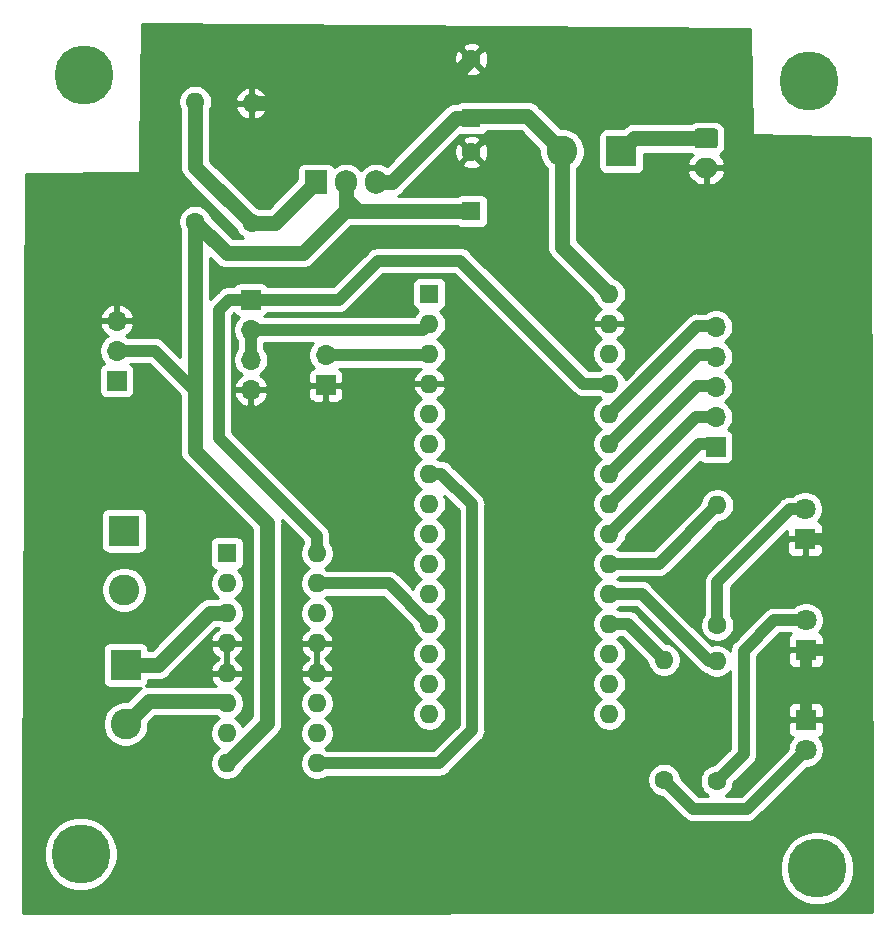
<source format=gbr>
%TF.GenerationSoftware,KiCad,Pcbnew,(5.1.10)-1*%
%TF.CreationDate,2021-06-27T00:20:55+05:30*%
%TF.ProjectId,pcb_flip,7063625f-666c-4697-902e-6b696361645f,rev?*%
%TF.SameCoordinates,Original*%
%TF.FileFunction,Copper,L2,Bot*%
%TF.FilePolarity,Positive*%
%FSLAX46Y46*%
G04 Gerber Fmt 4.6, Leading zero omitted, Abs format (unit mm)*
G04 Created by KiCad (PCBNEW (5.1.10)-1) date 2021-06-27 00:20:55*
%MOMM*%
%LPD*%
G01*
G04 APERTURE LIST*
%TA.AperFunction,ConnectorPad*%
%ADD10C,5.000000*%
%TD*%
%TA.AperFunction,ComponentPad*%
%ADD11C,2.900000*%
%TD*%
%TA.AperFunction,ComponentPad*%
%ADD12C,1.800000*%
%TD*%
%TA.AperFunction,ComponentPad*%
%ADD13R,1.800000X1.800000*%
%TD*%
%TA.AperFunction,ComponentPad*%
%ADD14O,1.600000X1.600000*%
%TD*%
%TA.AperFunction,ComponentPad*%
%ADD15R,1.600000X1.600000*%
%TD*%
%TA.AperFunction,ComponentPad*%
%ADD16C,2.600000*%
%TD*%
%TA.AperFunction,ComponentPad*%
%ADD17R,2.600000X2.600000*%
%TD*%
%TA.AperFunction,ComponentPad*%
%ADD18O,1.700000X1.700000*%
%TD*%
%TA.AperFunction,ComponentPad*%
%ADD19R,1.700000X1.700000*%
%TD*%
%TA.AperFunction,ComponentPad*%
%ADD20O,1.905000X2.000000*%
%TD*%
%TA.AperFunction,ComponentPad*%
%ADD21R,1.905000X2.000000*%
%TD*%
%TA.AperFunction,ComponentPad*%
%ADD22C,1.600000*%
%TD*%
%TA.AperFunction,ComponentPad*%
%ADD23O,2.000000X1.700000*%
%TD*%
%TA.AperFunction,Conductor*%
%ADD24C,1.300000*%
%TD*%
%TA.AperFunction,Conductor*%
%ADD25C,1.000000*%
%TD*%
%TA.AperFunction,Conductor*%
%ADD26C,0.254000*%
%TD*%
%TA.AperFunction,Conductor*%
%ADD27C,0.100000*%
%TD*%
G04 APERTURE END LIST*
D10*
%TO.P,..,1*%
%TO.N,N/C*%
X123761500Y-110617000D03*
D11*
X123761500Y-110617000D03*
%TD*%
D10*
%TO.P,..,1*%
%TO.N,N/C*%
X61404500Y-109410500D03*
D11*
X61404500Y-109410500D03*
%TD*%
D10*
%TO.P,.,1*%
%TO.N,N/C*%
X123063000Y-43942000D03*
D11*
X123063000Y-43942000D03*
%TD*%
D10*
%TO.P, ,1*%
%TO.N,N/C*%
X61722000Y-43434000D03*
D11*
X61722000Y-43434000D03*
%TD*%
D12*
%TO.P,D2,2*%
%TO.N,Net-(D2-Pad2)*%
X122809000Y-89598500D03*
D13*
%TO.P,D2,1*%
%TO.N,Earth*%
X122809000Y-92138500D03*
%TD*%
D14*
%TO.P,\u002A   L293D,16*%
%TO.N,+5V*%
X81407000Y-83947000D03*
%TO.P,\u002A   L293D,8*%
%TO.N,+6V*%
X73787000Y-101727000D03*
%TO.P,\u002A   L293D,15*%
%TO.N,Net-(A1-Pad12)*%
X81407000Y-86487000D03*
%TO.P,\u002A   L293D,7*%
%TO.N,Net-(A1-Pad8)*%
X73787000Y-99187000D03*
%TO.P,\u002A   L293D,14*%
%TO.N,Net-(J4-Pad1)*%
X81407000Y-89027000D03*
%TO.P,\u002A   L293D,6*%
%TO.N,Net-(J5-Pad2)*%
X73787000Y-96647000D03*
%TO.P,\u002A   L293D,13*%
%TO.N,Earth*%
X81407000Y-91567000D03*
%TO.P,\u002A   L293D,5*%
X73787000Y-94107000D03*
%TO.P,\u002A   L293D,12*%
X81407000Y-94107000D03*
%TO.P,\u002A   L293D,4*%
X73787000Y-91567000D03*
%TO.P,\u002A   L293D,11*%
%TO.N,Net-(J4-Pad2)*%
X81407000Y-96647000D03*
%TO.P,\u002A   L293D,3*%
%TO.N,Net-(J5-Pad1)*%
X73787000Y-89027000D03*
%TO.P,\u002A   L293D,10*%
%TO.N,Net-(A1-Pad13)*%
X81407000Y-99187000D03*
%TO.P,\u002A   L293D,2*%
%TO.N,Net-(A1-Pad9)*%
X73787000Y-86487000D03*
%TO.P,\u002A   L293D,9*%
%TO.N,Net-(A1-Pad7)*%
X81407000Y-101727000D03*
D15*
%TO.P,\u002A   L293D,1*%
X73787000Y-83947000D03*
%TD*%
D16*
%TO.P,CUTOFF SW,2*%
%TO.N,+BATT*%
X102188000Y-49911000D03*
D17*
%TO.P,CUTOFF SW,1*%
%TO.N,Net-(J1-Pad1)*%
X107188000Y-49911000D03*
%TD*%
D18*
%TO.P,A7 A6 A5 A4 A3,5*%
%TO.N,Net-(A1-Pad26)*%
X115189000Y-64770000D03*
%TO.P,A7 A6 A5 A4 A3,4*%
%TO.N,Net-(A1-Pad25)*%
X115189000Y-67310000D03*
%TO.P,A7 A6 A5 A4 A3,3*%
%TO.N,Net-(A1-Pad24)*%
X115189000Y-69850000D03*
%TO.P,A7 A6 A5 A4 A3,2*%
%TO.N,Net-(A1-Pad23)*%
X115189000Y-72390000D03*
D19*
%TO.P,A7 A6 A5 A4 A3,1*%
%TO.N,Net-(A1-Pad22)*%
X115189000Y-74930000D03*
%TD*%
D18*
%TO.P,.,2*%
%TO.N,Net-(A1-Pad3)*%
X82169000Y-67183000D03*
D19*
%TO.P,.,1*%
%TO.N,Earth*%
X82169000Y-69723000D03*
%TD*%
D16*
%TO.P,M1,2*%
%TO.N,Net-(J5-Pad2)*%
X65214500Y-98408500D03*
D17*
%TO.P,M1,1*%
%TO.N,Net-(J5-Pad1)*%
X65214500Y-93408500D03*
%TD*%
D16*
%TO.P,M2,2*%
%TO.N,Net-(J4-Pad2)*%
X65087500Y-87042000D03*
D17*
%TO.P,M2,1*%
%TO.N,Net-(J4-Pad1)*%
X65087500Y-82042000D03*
%TD*%
D18*
%TO.P,D  V  G,3*%
%TO.N,Earth*%
X64452500Y-64262000D03*
%TO.P,D  V  G,2*%
%TO.N,+6V*%
X64452500Y-66802000D03*
D19*
%TO.P,D  V  G,1*%
%TO.N,Net-(A1-Pad6)*%
X64452500Y-69342000D03*
%TD*%
D18*
%TO.P,RF,4*%
%TO.N,Earth*%
X75819000Y-70104000D03*
%TO.P,RF,3*%
%TO.N,Net-(A1-Pad2)*%
X75819000Y-67564000D03*
%TO.P,RF,2*%
X75819000Y-65024000D03*
D19*
%TO.P,RF,1*%
%TO.N,+5V*%
X75819000Y-62484000D03*
%TD*%
D20*
%TO.P,LM741,3*%
%TO.N,+BATT*%
X86423500Y-52514500D03*
%TO.P,LM741,2*%
%TO.N,+6V*%
X83883500Y-52514500D03*
D21*
%TO.P,LM741,1*%
%TO.N,Net-(R1-Pad2)*%
X81343500Y-52514500D03*
%TD*%
D14*
%TO.P,R5,2*%
%TO.N,Net-(A1-Pad21)*%
X115316000Y-79883000D03*
D22*
%TO.P,R5,1*%
%TO.N,Net-(D3-Pad2)*%
X115316000Y-90043000D03*
%TD*%
D14*
%TO.P,R4,2*%
%TO.N,Net-(A1-Pad20)*%
X115252500Y-93091000D03*
D22*
%TO.P,R4,1*%
%TO.N,Net-(D2-Pad2)*%
X115252500Y-103251000D03*
%TD*%
D14*
%TO.P,R3,2*%
%TO.N,Net-(A1-Pad19)*%
X110807500Y-92964000D03*
D22*
%TO.P,R3,1*%
%TO.N,Net-(D1-Pad2)*%
X110807500Y-103124000D03*
%TD*%
D14*
%TO.P,R2 3.8k,2*%
%TO.N,Earth*%
X75882500Y-45847000D03*
D22*
%TO.P,R2 3.8k,1*%
%TO.N,Net-(R1-Pad2)*%
X75882500Y-56007000D03*
%TD*%
D14*
%TO.P,R1 1k,2*%
%TO.N,Net-(R1-Pad2)*%
X71120000Y-45720000D03*
D22*
%TO.P,R1 1k,1*%
%TO.N,+6V*%
X71120000Y-55880000D03*
%TD*%
D23*
%TO.P,-  +,2*%
%TO.N,Earth*%
X114363500Y-51331500D03*
%TO.P,-  +,1*%
%TO.N,Net-(J1-Pad1)*%
%TA.AperFunction,ComponentPad*%
G36*
G01*
X113613500Y-47981500D02*
X115113500Y-47981500D01*
G75*
G02*
X115363500Y-48231500I0J-250000D01*
G01*
X115363500Y-49431500D01*
G75*
G02*
X115113500Y-49681500I-250000J0D01*
G01*
X113613500Y-49681500D01*
G75*
G02*
X113363500Y-49431500I0J250000D01*
G01*
X113363500Y-48231500D01*
G75*
G02*
X113613500Y-47981500I250000J0D01*
G01*
G37*
%TD.AperFunction*%
%TD*%
D12*
%TO.P,D3,2*%
%TO.N,Net-(D3-Pad2)*%
X122745500Y-80200500D03*
D13*
%TO.P,D3,1*%
%TO.N,Earth*%
X122745500Y-82740500D03*
%TD*%
D12*
%TO.P,D1,2*%
%TO.N,Net-(D1-Pad2)*%
X122809000Y-100584000D03*
D13*
%TO.P,D1,1*%
%TO.N,Earth*%
X122809000Y-98044000D03*
%TD*%
D22*
%TO.P,C2,2*%
%TO.N,Earth*%
X94488000Y-42117000D03*
D15*
%TO.P,C2,1*%
%TO.N,+BATT*%
X94488000Y-47117000D03*
%TD*%
D22*
%TO.P,C1,2*%
%TO.N,Earth*%
X94488000Y-49991000D03*
D15*
%TO.P,C1,1*%
%TO.N,+6V*%
X94488000Y-54991000D03*
%TD*%
%TO.P,Arduino Nano,1*%
%TO.N,N/C*%
X90932000Y-61976000D03*
D14*
%TO.P,Arduino Nano,17*%
X106172000Y-94996000D03*
%TO.P,Arduino Nano,2*%
%TO.N,Net-(A1-Pad2)*%
X90932000Y-64516000D03*
%TO.P,Arduino Nano,18*%
%TO.N,N/C*%
X106172000Y-92456000D03*
%TO.P,Arduino Nano,3*%
%TO.N,Net-(A1-Pad3)*%
X90932000Y-67056000D03*
%TO.P,Arduino Nano,19*%
%TO.N,Net-(A1-Pad19)*%
X106172000Y-89916000D03*
%TO.P,Arduino Nano,4*%
%TO.N,Earth*%
X90932000Y-69596000D03*
%TO.P,Arduino Nano,20*%
%TO.N,Net-(A1-Pad20)*%
X106172000Y-87376000D03*
%TO.P,Arduino Nano,5*%
%TO.N,N/C*%
X90932000Y-72136000D03*
%TO.P,Arduino Nano,21*%
%TO.N,Net-(A1-Pad21)*%
X106172000Y-84836000D03*
%TO.P,Arduino Nano,6*%
%TO.N,Net-(A1-Pad6)*%
X90932000Y-74676000D03*
%TO.P,Arduino Nano,22*%
%TO.N,Net-(A1-Pad22)*%
X106172000Y-82296000D03*
%TO.P,Arduino Nano,7*%
%TO.N,Net-(A1-Pad7)*%
X90932000Y-77216000D03*
%TO.P,Arduino Nano,23*%
%TO.N,Net-(A1-Pad23)*%
X106172000Y-79756000D03*
%TO.P,Arduino Nano,8*%
%TO.N,Net-(A1-Pad8)*%
X90932000Y-79756000D03*
%TO.P,Arduino Nano,24*%
%TO.N,Net-(A1-Pad24)*%
X106172000Y-77216000D03*
%TO.P,Arduino Nano,9*%
%TO.N,Net-(A1-Pad9)*%
X90932000Y-82296000D03*
%TO.P,Arduino Nano,25*%
%TO.N,Net-(A1-Pad25)*%
X106172000Y-74676000D03*
%TO.P,Arduino Nano,10*%
%TO.N,N/C*%
X90932000Y-84836000D03*
%TO.P,Arduino Nano,26*%
%TO.N,Net-(A1-Pad26)*%
X106172000Y-72136000D03*
%TO.P,Arduino Nano,11*%
%TO.N,N/C*%
X90932000Y-87376000D03*
%TO.P,Arduino Nano,27*%
%TO.N,+5V*%
X106172000Y-69596000D03*
%TO.P,Arduino Nano,12*%
%TO.N,Net-(A1-Pad12)*%
X90932000Y-89916000D03*
%TO.P,Arduino Nano,28*%
%TO.N,N/C*%
X106172000Y-67056000D03*
%TO.P,Arduino Nano,13*%
%TO.N,Net-(A1-Pad13)*%
X90932000Y-92456000D03*
%TO.P,Arduino Nano,29*%
%TO.N,Earth*%
X106172000Y-64516000D03*
%TO.P,Arduino Nano,14*%
%TO.N,N/C*%
X90932000Y-94996000D03*
%TO.P,Arduino Nano,30*%
%TO.N,+BATT*%
X106172000Y-61976000D03*
%TO.P,Arduino Nano,15*%
%TO.N,N/C*%
X90932000Y-97536000D03*
%TO.P,Arduino Nano,16*%
X106172000Y-97536000D03*
%TD*%
D24*
%TO.N,+BATT*%
X102188000Y-49911000D02*
X99203500Y-46926500D01*
X94678500Y-46926500D02*
X94488000Y-47117000D01*
X99203500Y-46926500D02*
X94678500Y-46926500D01*
X102188000Y-57992000D02*
X106172000Y-61976000D01*
X102188000Y-49911000D02*
X102188000Y-57992000D01*
X94488000Y-47117000D02*
X93154500Y-47117000D01*
X87757000Y-52514500D02*
X86423500Y-52514500D01*
X93154500Y-47117000D02*
X87757000Y-52514500D01*
%TO.N,Earth*%
X90758000Y-45847000D02*
X94488000Y-42117000D01*
X75882500Y-45847000D02*
X90758000Y-45847000D01*
D25*
X122745500Y-82740500D02*
X124142500Y-82740500D01*
X124142500Y-82740500D02*
X125730000Y-84328000D01*
X125730000Y-84328000D02*
X125730000Y-91059000D01*
X124650500Y-92138500D02*
X122809000Y-92138500D01*
X125730000Y-91059000D02*
X124650500Y-92138500D01*
X122809000Y-98044000D02*
X122809000Y-92138500D01*
%TO.N,Net-(A1-Pad12)*%
X87503000Y-86487000D02*
X90932000Y-89916000D01*
X81407000Y-86487000D02*
X87503000Y-86487000D01*
%TO.N,+5V*%
X73969000Y-62484000D02*
X73088500Y-63364500D01*
X75819000Y-62484000D02*
X73969000Y-62484000D01*
X73088500Y-63364500D02*
X73088500Y-74168000D01*
X81407000Y-82486500D02*
X81407000Y-83947000D01*
X73088500Y-74168000D02*
X81407000Y-82486500D01*
X75819000Y-62484000D02*
X83248500Y-62484000D01*
X83248500Y-62484000D02*
X86550500Y-59182000D01*
X106172000Y-69596000D02*
X103949500Y-69596000D01*
X93535500Y-59182000D02*
X86550500Y-59182000D01*
X103949500Y-69596000D02*
X93535500Y-59182000D01*
%TO.N,Net-(A1-Pad26)*%
X106172000Y-72136000D02*
X113601500Y-64706500D01*
X115125500Y-64706500D02*
X115189000Y-64770000D01*
X113601500Y-64706500D02*
X115125500Y-64706500D01*
%TO.N,Net-(A1-Pad25)*%
X106172000Y-74676000D02*
X113665000Y-67183000D01*
X115062000Y-67183000D02*
X115189000Y-67310000D01*
X113665000Y-67183000D02*
X115062000Y-67183000D01*
%TO.N,Net-(A1-Pad24)*%
X106172000Y-77216000D02*
X113601500Y-69786500D01*
X115125500Y-69786500D02*
X115189000Y-69850000D01*
X113601500Y-69786500D02*
X115125500Y-69786500D01*
%TO.N,Net-(A1-Pad23)*%
X113538000Y-72390000D02*
X115189000Y-72390000D01*
X106172000Y-79756000D02*
X113538000Y-72390000D01*
%TO.N,Net-(A1-Pad22)*%
X106172000Y-82296000D02*
X113792000Y-74676000D01*
X114935000Y-74676000D02*
X115189000Y-74930000D01*
X113792000Y-74676000D02*
X114935000Y-74676000D01*
%TO.N,Net-(A1-Pad21)*%
X110363000Y-84836000D02*
X115316000Y-79883000D01*
X106172000Y-84836000D02*
X110363000Y-84836000D01*
%TO.N,Net-(A1-Pad20)*%
X106172000Y-87376000D02*
X108902500Y-87376000D01*
X114617500Y-93091000D02*
X115252500Y-93091000D01*
X108902500Y-87376000D02*
X114617500Y-93091000D01*
%TO.N,Net-(A1-Pad19)*%
X107759500Y-89916000D02*
X110807500Y-92964000D01*
X106172000Y-89916000D02*
X107759500Y-89916000D01*
%TO.N,Net-(A1-Pad3)*%
X90805000Y-67183000D02*
X90932000Y-67056000D01*
X82169000Y-67183000D02*
X90805000Y-67183000D01*
%TO.N,Net-(A1-Pad2)*%
X75819000Y-65024000D02*
X75819000Y-67564000D01*
X90424000Y-65024000D02*
X90932000Y-64516000D01*
X75819000Y-65024000D02*
X90424000Y-65024000D01*
D24*
%TO.N,+6V*%
X77216000Y-98298000D02*
X73787000Y-101727000D01*
X71120000Y-75311000D02*
X77216000Y-81407000D01*
X71120000Y-55880000D02*
X73787000Y-58547000D01*
X73787000Y-58547000D02*
X80200500Y-58547000D01*
X83883500Y-54864000D02*
X83883500Y-52514500D01*
D25*
X67691000Y-66802000D02*
X71120000Y-70231000D01*
X64452500Y-66802000D02*
X67691000Y-66802000D01*
D24*
X71120000Y-70231000D02*
X71120000Y-75311000D01*
X71120000Y-55880000D02*
X71120000Y-70231000D01*
X77216000Y-81407000D02*
X77216000Y-98298000D01*
X83756500Y-54991000D02*
X81311750Y-57435750D01*
X81311750Y-57435750D02*
X83883500Y-54864000D01*
X80200500Y-58547000D02*
X81311750Y-57435750D01*
X83883500Y-53975000D02*
X84899500Y-54991000D01*
X83883500Y-52514500D02*
X83883500Y-53975000D01*
X84899500Y-54991000D02*
X83756500Y-54991000D01*
X94488000Y-54991000D02*
X84899500Y-54991000D01*
%TO.N,Net-(J1-Pad1)*%
X108267500Y-48831500D02*
X107188000Y-49911000D01*
X114363500Y-48831500D02*
X108267500Y-48831500D01*
%TO.N,Net-(J5-Pad2)*%
X65214500Y-98408500D02*
X67166500Y-96456500D01*
X73596500Y-96456500D02*
X73787000Y-96647000D01*
X67166500Y-96456500D02*
X73596500Y-96456500D01*
%TO.N,Net-(J5-Pad1)*%
X65214500Y-93408500D02*
X67945000Y-93408500D01*
X72326500Y-89027000D02*
X73787000Y-89027000D01*
X67945000Y-93408500D02*
X72326500Y-89027000D01*
%TO.N,Net-(R1-Pad2)*%
X77851000Y-56007000D02*
X81343500Y-52514500D01*
X75882500Y-56007000D02*
X77851000Y-56007000D01*
X71120000Y-51244500D02*
X75882500Y-56007000D01*
X71120000Y-45720000D02*
X71120000Y-51244500D01*
D25*
%TO.N,Net-(D1-Pad2)*%
X122809000Y-100584000D02*
X117792500Y-105600500D01*
X113284000Y-105600500D02*
X117792500Y-105600500D01*
X110807500Y-103124000D02*
X113284000Y-105600500D01*
%TO.N,Net-(D2-Pad2)*%
X122809000Y-89598500D02*
X120142000Y-89598500D01*
X120142000Y-89598500D02*
X117538500Y-92202000D01*
X117538500Y-100965000D02*
X115252500Y-103251000D01*
X117538500Y-92202000D02*
X117538500Y-100965000D01*
%TO.N,Net-(D3-Pad2)*%
X121472708Y-80200500D02*
X122745500Y-80200500D01*
X115316000Y-86357208D02*
X121472708Y-80200500D01*
X115316000Y-90043000D02*
X115316000Y-86357208D01*
%TO.N,Net-(A1-Pad7)*%
X81407000Y-101727000D02*
X91757500Y-101727000D01*
X91757500Y-101727000D02*
X94551500Y-98933000D01*
X91948000Y-77216000D02*
X90932000Y-77216000D01*
X94551500Y-79819500D02*
X91948000Y-77216000D01*
X94551500Y-98933000D02*
X94551500Y-79819500D01*
%TD*%
D26*
%TO.N,Earth*%
X118111404Y-39596884D02*
X118237013Y-48452301D01*
X118238992Y-48472907D01*
X118245766Y-48496865D01*
X118257083Y-48519040D01*
X118272509Y-48538582D01*
X118291451Y-48554738D01*
X118313181Y-48566889D01*
X118336863Y-48574567D01*
X118361589Y-48577477D01*
X128222371Y-48764707D01*
X128227903Y-48775057D01*
X128229932Y-48777530D01*
X128396677Y-114363612D01*
X56515566Y-114426888D01*
X56539212Y-109101729D01*
X58269500Y-109101729D01*
X58269500Y-109719271D01*
X58389976Y-110324946D01*
X58626299Y-110895479D01*
X58969386Y-111408946D01*
X59406054Y-111845614D01*
X59919521Y-112188701D01*
X60490054Y-112425024D01*
X61095729Y-112545500D01*
X61713271Y-112545500D01*
X62318946Y-112425024D01*
X62889479Y-112188701D01*
X63402946Y-111845614D01*
X63839614Y-111408946D01*
X64182701Y-110895479D01*
X64419024Y-110324946D01*
X64422349Y-110308229D01*
X120626500Y-110308229D01*
X120626500Y-110925771D01*
X120746976Y-111531446D01*
X120983299Y-112101979D01*
X121326386Y-112615446D01*
X121763054Y-113052114D01*
X122276521Y-113395201D01*
X122847054Y-113631524D01*
X123452729Y-113752000D01*
X124070271Y-113752000D01*
X124675946Y-113631524D01*
X125246479Y-113395201D01*
X125759946Y-113052114D01*
X126196614Y-112615446D01*
X126539701Y-112101979D01*
X126776024Y-111531446D01*
X126896500Y-110925771D01*
X126896500Y-110308229D01*
X126776024Y-109702554D01*
X126539701Y-109132021D01*
X126196614Y-108618554D01*
X125759946Y-108181886D01*
X125246479Y-107838799D01*
X124675946Y-107602476D01*
X124070271Y-107482000D01*
X123452729Y-107482000D01*
X122847054Y-107602476D01*
X122276521Y-107838799D01*
X121763054Y-108181886D01*
X121326386Y-108618554D01*
X120983299Y-109132021D01*
X120746976Y-109702554D01*
X120626500Y-110308229D01*
X64422349Y-110308229D01*
X64539500Y-109719271D01*
X64539500Y-109101729D01*
X64419024Y-108496054D01*
X64182701Y-107925521D01*
X63839614Y-107412054D01*
X63402946Y-106975386D01*
X62889479Y-106632299D01*
X62318946Y-106395976D01*
X61713271Y-106275500D01*
X61095729Y-106275500D01*
X60490054Y-106395976D01*
X59919521Y-106632299D01*
X59406054Y-106975386D01*
X58969386Y-107412054D01*
X58626299Y-107925521D01*
X58389976Y-108496054D01*
X58269500Y-109101729D01*
X56539212Y-109101729D01*
X56638014Y-86851419D01*
X63152500Y-86851419D01*
X63152500Y-87232581D01*
X63226861Y-87606419D01*
X63372725Y-87958566D01*
X63584487Y-88275491D01*
X63854009Y-88545013D01*
X64170934Y-88756775D01*
X64523081Y-88902639D01*
X64896919Y-88977000D01*
X65278081Y-88977000D01*
X65651919Y-88902639D01*
X66004066Y-88756775D01*
X66320991Y-88545013D01*
X66590513Y-88275491D01*
X66802275Y-87958566D01*
X66948139Y-87606419D01*
X67022500Y-87232581D01*
X67022500Y-86851419D01*
X66948139Y-86477581D01*
X66802275Y-86125434D01*
X66590513Y-85808509D01*
X66320991Y-85538987D01*
X66004066Y-85327225D01*
X65651919Y-85181361D01*
X65278081Y-85107000D01*
X64896919Y-85107000D01*
X64523081Y-85181361D01*
X64170934Y-85327225D01*
X63854009Y-85538987D01*
X63584487Y-85808509D01*
X63372725Y-86125434D01*
X63226861Y-86477581D01*
X63152500Y-86851419D01*
X56638014Y-86851419D01*
X56665143Y-80742000D01*
X63149428Y-80742000D01*
X63149428Y-83342000D01*
X63161688Y-83466482D01*
X63197998Y-83586180D01*
X63256963Y-83696494D01*
X63336315Y-83793185D01*
X63433006Y-83872537D01*
X63543320Y-83931502D01*
X63663018Y-83967812D01*
X63787500Y-83980072D01*
X66387500Y-83980072D01*
X66511982Y-83967812D01*
X66631680Y-83931502D01*
X66741994Y-83872537D01*
X66838685Y-83793185D01*
X66918037Y-83696494D01*
X66977002Y-83586180D01*
X67013312Y-83466482D01*
X67025572Y-83342000D01*
X67025572Y-80742000D01*
X67013312Y-80617518D01*
X66977002Y-80497820D01*
X66918037Y-80387506D01*
X66838685Y-80290815D01*
X66741994Y-80211463D01*
X66631680Y-80152498D01*
X66511982Y-80116188D01*
X66387500Y-80103928D01*
X63787500Y-80103928D01*
X63663018Y-80116188D01*
X63543320Y-80152498D01*
X63433006Y-80211463D01*
X63336315Y-80290815D01*
X63256963Y-80387506D01*
X63197998Y-80497820D01*
X63161688Y-80617518D01*
X63149428Y-80742000D01*
X56665143Y-80742000D01*
X56719539Y-68492000D01*
X62964428Y-68492000D01*
X62964428Y-70192000D01*
X62976688Y-70316482D01*
X63012998Y-70436180D01*
X63071963Y-70546494D01*
X63151315Y-70643185D01*
X63248006Y-70722537D01*
X63358320Y-70781502D01*
X63478018Y-70817812D01*
X63602500Y-70830072D01*
X65302500Y-70830072D01*
X65426982Y-70817812D01*
X65546680Y-70781502D01*
X65656994Y-70722537D01*
X65753685Y-70643185D01*
X65833037Y-70546494D01*
X65892002Y-70436180D01*
X65928312Y-70316482D01*
X65940572Y-70192000D01*
X65940572Y-68492000D01*
X65928312Y-68367518D01*
X65892002Y-68247820D01*
X65833037Y-68137506D01*
X65753685Y-68040815D01*
X65656994Y-67961463D01*
X65611228Y-67937000D01*
X67220869Y-67937000D01*
X69835000Y-70551132D01*
X69835001Y-75247875D01*
X69828784Y-75311000D01*
X69853593Y-75562903D01*
X69927072Y-75805127D01*
X70046392Y-76028361D01*
X70166734Y-76174997D01*
X70206973Y-76224028D01*
X70256004Y-76264267D01*
X75931000Y-81939265D01*
X75931001Y-97765735D01*
X75096986Y-98599751D01*
X75058680Y-98507273D01*
X74901637Y-98272241D01*
X74701759Y-98072363D01*
X74469241Y-97917000D01*
X74701759Y-97761637D01*
X74901637Y-97561759D01*
X75058680Y-97326727D01*
X75166853Y-97065574D01*
X75222000Y-96788335D01*
X75222000Y-96505665D01*
X75166853Y-96228426D01*
X75058680Y-95967273D01*
X74901637Y-95732241D01*
X74701759Y-95532363D01*
X74466727Y-95375320D01*
X74456135Y-95370933D01*
X74642131Y-95259385D01*
X74850519Y-95070414D01*
X75018037Y-94844420D01*
X75138246Y-94590087D01*
X75178904Y-94456039D01*
X75056915Y-94234000D01*
X73914000Y-94234000D01*
X73914000Y-94254000D01*
X73660000Y-94254000D01*
X73660000Y-94234000D01*
X72517085Y-94234000D01*
X72395096Y-94456039D01*
X72435754Y-94590087D01*
X72555963Y-94844420D01*
X72723481Y-95070414D01*
X72834954Y-95171500D01*
X67229616Y-95171500D01*
X67166500Y-95165284D01*
X67103384Y-95171500D01*
X67103377Y-95171500D01*
X66930547Y-95188522D01*
X66965685Y-95159685D01*
X67045037Y-95062994D01*
X67104002Y-94952680D01*
X67140312Y-94832982D01*
X67152572Y-94708500D01*
X67152572Y-94693500D01*
X67881885Y-94693500D01*
X67945000Y-94699716D01*
X68008115Y-94693500D01*
X68008123Y-94693500D01*
X68196904Y-94674907D01*
X68439127Y-94601429D01*
X68662362Y-94482108D01*
X68858028Y-94321528D01*
X68898271Y-94272492D01*
X71254725Y-91916039D01*
X72395096Y-91916039D01*
X72435754Y-92050087D01*
X72555963Y-92304420D01*
X72723481Y-92530414D01*
X72931869Y-92719385D01*
X73127982Y-92837000D01*
X72931869Y-92954615D01*
X72723481Y-93143586D01*
X72555963Y-93369580D01*
X72435754Y-93623913D01*
X72395096Y-93757961D01*
X72517085Y-93980000D01*
X73660000Y-93980000D01*
X73660000Y-91694000D01*
X73914000Y-91694000D01*
X73914000Y-93980000D01*
X75056915Y-93980000D01*
X75178904Y-93757961D01*
X75138246Y-93623913D01*
X75018037Y-93369580D01*
X74850519Y-93143586D01*
X74642131Y-92954615D01*
X74446018Y-92837000D01*
X74642131Y-92719385D01*
X74850519Y-92530414D01*
X75018037Y-92304420D01*
X75138246Y-92050087D01*
X75178904Y-91916039D01*
X75056915Y-91694000D01*
X73914000Y-91694000D01*
X73660000Y-91694000D01*
X72517085Y-91694000D01*
X72395096Y-91916039D01*
X71254725Y-91916039D01*
X72858765Y-90312000D01*
X73102971Y-90312000D01*
X72931869Y-90414615D01*
X72723481Y-90603586D01*
X72555963Y-90829580D01*
X72435754Y-91083913D01*
X72395096Y-91217961D01*
X72517085Y-91440000D01*
X73660000Y-91440000D01*
X73660000Y-91420000D01*
X73914000Y-91420000D01*
X73914000Y-91440000D01*
X75056915Y-91440000D01*
X75178904Y-91217961D01*
X75138246Y-91083913D01*
X75018037Y-90829580D01*
X74850519Y-90603586D01*
X74642131Y-90414615D01*
X74456135Y-90303067D01*
X74466727Y-90298680D01*
X74701759Y-90141637D01*
X74901637Y-89941759D01*
X75058680Y-89706727D01*
X75166853Y-89445574D01*
X75222000Y-89168335D01*
X75222000Y-88885665D01*
X75166853Y-88608426D01*
X75058680Y-88347273D01*
X74901637Y-88112241D01*
X74701759Y-87912363D01*
X74469241Y-87757000D01*
X74701759Y-87601637D01*
X74901637Y-87401759D01*
X75058680Y-87166727D01*
X75166853Y-86905574D01*
X75222000Y-86628335D01*
X75222000Y-86345665D01*
X75166853Y-86068426D01*
X75058680Y-85807273D01*
X74901637Y-85572241D01*
X74703039Y-85373643D01*
X74711482Y-85372812D01*
X74831180Y-85336502D01*
X74941494Y-85277537D01*
X75038185Y-85198185D01*
X75117537Y-85101494D01*
X75176502Y-84991180D01*
X75212812Y-84871482D01*
X75225072Y-84747000D01*
X75225072Y-83147000D01*
X75212812Y-83022518D01*
X75176502Y-82902820D01*
X75117537Y-82792506D01*
X75038185Y-82695815D01*
X74941494Y-82616463D01*
X74831180Y-82557498D01*
X74711482Y-82521188D01*
X74587000Y-82508928D01*
X72987000Y-82508928D01*
X72862518Y-82521188D01*
X72742820Y-82557498D01*
X72632506Y-82616463D01*
X72535815Y-82695815D01*
X72456463Y-82792506D01*
X72397498Y-82902820D01*
X72361188Y-83022518D01*
X72348928Y-83147000D01*
X72348928Y-84747000D01*
X72361188Y-84871482D01*
X72397498Y-84991180D01*
X72456463Y-85101494D01*
X72535815Y-85198185D01*
X72632506Y-85277537D01*
X72742820Y-85336502D01*
X72862518Y-85372812D01*
X72870961Y-85373643D01*
X72672363Y-85572241D01*
X72515320Y-85807273D01*
X72407147Y-86068426D01*
X72352000Y-86345665D01*
X72352000Y-86628335D01*
X72407147Y-86905574D01*
X72515320Y-87166727D01*
X72672363Y-87401759D01*
X72872241Y-87601637D01*
X73082310Y-87742000D01*
X72389616Y-87742000D01*
X72326500Y-87735784D01*
X72263384Y-87742000D01*
X72263377Y-87742000D01*
X72074596Y-87760593D01*
X71832373Y-87834071D01*
X71667869Y-87922000D01*
X71609138Y-87953392D01*
X71462502Y-88073733D01*
X71462497Y-88073738D01*
X71413472Y-88113972D01*
X71373238Y-88162997D01*
X67412737Y-92123500D01*
X67152572Y-92123500D01*
X67152572Y-92108500D01*
X67140312Y-91984018D01*
X67104002Y-91864320D01*
X67045037Y-91754006D01*
X66965685Y-91657315D01*
X66868994Y-91577963D01*
X66758680Y-91518998D01*
X66638982Y-91482688D01*
X66514500Y-91470428D01*
X63914500Y-91470428D01*
X63790018Y-91482688D01*
X63670320Y-91518998D01*
X63560006Y-91577963D01*
X63463315Y-91657315D01*
X63383963Y-91754006D01*
X63324998Y-91864320D01*
X63288688Y-91984018D01*
X63276428Y-92108500D01*
X63276428Y-94708500D01*
X63288688Y-94832982D01*
X63324998Y-94952680D01*
X63383963Y-95062994D01*
X63463315Y-95159685D01*
X63560006Y-95239037D01*
X63670320Y-95298002D01*
X63790018Y-95334312D01*
X63914500Y-95346572D01*
X66514500Y-95346572D01*
X66517673Y-95346260D01*
X66463304Y-95375320D01*
X66449138Y-95382892D01*
X66302502Y-95503233D01*
X66302497Y-95503238D01*
X66253472Y-95543472D01*
X66213237Y-95592498D01*
X65332236Y-96473500D01*
X65023919Y-96473500D01*
X64650081Y-96547861D01*
X64297934Y-96693725D01*
X63981009Y-96905487D01*
X63711487Y-97175009D01*
X63499725Y-97491934D01*
X63353861Y-97844081D01*
X63279500Y-98217919D01*
X63279500Y-98599081D01*
X63353861Y-98972919D01*
X63499725Y-99325066D01*
X63711487Y-99641991D01*
X63981009Y-99911513D01*
X64297934Y-100123275D01*
X64650081Y-100269139D01*
X65023919Y-100343500D01*
X65405081Y-100343500D01*
X65778919Y-100269139D01*
X66131066Y-100123275D01*
X66447991Y-99911513D01*
X66717513Y-99641991D01*
X66929275Y-99325066D01*
X67075139Y-98972919D01*
X67149500Y-98599081D01*
X67149500Y-98290764D01*
X67698765Y-97741500D01*
X72852104Y-97741500D01*
X72872241Y-97761637D01*
X73104759Y-97917000D01*
X72872241Y-98072363D01*
X72672363Y-98272241D01*
X72515320Y-98507273D01*
X72407147Y-98768426D01*
X72352000Y-99045665D01*
X72352000Y-99328335D01*
X72407147Y-99605574D01*
X72515320Y-99866727D01*
X72672363Y-100101759D01*
X72872241Y-100301637D01*
X73104759Y-100457000D01*
X72872241Y-100612363D01*
X72672363Y-100812241D01*
X72515320Y-101047273D01*
X72407147Y-101308426D01*
X72352000Y-101585665D01*
X72352000Y-101868335D01*
X72407147Y-102145574D01*
X72515320Y-102406727D01*
X72672363Y-102641759D01*
X72872241Y-102841637D01*
X73107273Y-102998680D01*
X73368426Y-103106853D01*
X73645665Y-103162000D01*
X73928335Y-103162000D01*
X74205574Y-103106853D01*
X74466727Y-102998680D01*
X74701759Y-102841637D01*
X74901637Y-102641759D01*
X75058680Y-102406727D01*
X75153534Y-102177729D01*
X78079997Y-99251267D01*
X78129028Y-99211028D01*
X78289608Y-99015362D01*
X78408929Y-98792127D01*
X78482407Y-98549904D01*
X78501000Y-98361123D01*
X78501000Y-98361114D01*
X78507216Y-98298001D01*
X78501000Y-98234888D01*
X78501000Y-91916039D01*
X80015096Y-91916039D01*
X80055754Y-92050087D01*
X80175963Y-92304420D01*
X80343481Y-92530414D01*
X80551869Y-92719385D01*
X80747982Y-92837000D01*
X80551869Y-92954615D01*
X80343481Y-93143586D01*
X80175963Y-93369580D01*
X80055754Y-93623913D01*
X80015096Y-93757961D01*
X80137085Y-93980000D01*
X81280000Y-93980000D01*
X81280000Y-91694000D01*
X81534000Y-91694000D01*
X81534000Y-93980000D01*
X82676915Y-93980000D01*
X82798904Y-93757961D01*
X82758246Y-93623913D01*
X82638037Y-93369580D01*
X82470519Y-93143586D01*
X82262131Y-92954615D01*
X82066018Y-92837000D01*
X82262131Y-92719385D01*
X82470519Y-92530414D01*
X82638037Y-92304420D01*
X82758246Y-92050087D01*
X82798904Y-91916039D01*
X82676915Y-91694000D01*
X81534000Y-91694000D01*
X81280000Y-91694000D01*
X80137085Y-91694000D01*
X80015096Y-91916039D01*
X78501000Y-91916039D01*
X78501000Y-81470116D01*
X78507216Y-81407000D01*
X78501000Y-81343884D01*
X78501000Y-81343877D01*
X78483712Y-81168344D01*
X80272000Y-82956633D01*
X80272000Y-83062716D01*
X80135320Y-83267273D01*
X80027147Y-83528426D01*
X79972000Y-83805665D01*
X79972000Y-84088335D01*
X80027147Y-84365574D01*
X80135320Y-84626727D01*
X80292363Y-84861759D01*
X80492241Y-85061637D01*
X80724759Y-85217000D01*
X80492241Y-85372363D01*
X80292363Y-85572241D01*
X80135320Y-85807273D01*
X80027147Y-86068426D01*
X79972000Y-86345665D01*
X79972000Y-86628335D01*
X80027147Y-86905574D01*
X80135320Y-87166727D01*
X80292363Y-87401759D01*
X80492241Y-87601637D01*
X80724759Y-87757000D01*
X80492241Y-87912363D01*
X80292363Y-88112241D01*
X80135320Y-88347273D01*
X80027147Y-88608426D01*
X79972000Y-88885665D01*
X79972000Y-89168335D01*
X80027147Y-89445574D01*
X80135320Y-89706727D01*
X80292363Y-89941759D01*
X80492241Y-90141637D01*
X80727273Y-90298680D01*
X80737865Y-90303067D01*
X80551869Y-90414615D01*
X80343481Y-90603586D01*
X80175963Y-90829580D01*
X80055754Y-91083913D01*
X80015096Y-91217961D01*
X80137085Y-91440000D01*
X81280000Y-91440000D01*
X81280000Y-91420000D01*
X81534000Y-91420000D01*
X81534000Y-91440000D01*
X82676915Y-91440000D01*
X82798904Y-91217961D01*
X82758246Y-91083913D01*
X82638037Y-90829580D01*
X82470519Y-90603586D01*
X82262131Y-90414615D01*
X82076135Y-90303067D01*
X82086727Y-90298680D01*
X82321759Y-90141637D01*
X82521637Y-89941759D01*
X82678680Y-89706727D01*
X82786853Y-89445574D01*
X82842000Y-89168335D01*
X82842000Y-88885665D01*
X82786853Y-88608426D01*
X82678680Y-88347273D01*
X82521637Y-88112241D01*
X82321759Y-87912363D01*
X82089241Y-87757000D01*
X82291284Y-87622000D01*
X87032869Y-87622000D01*
X89504150Y-90093282D01*
X89552147Y-90334574D01*
X89660320Y-90595727D01*
X89817363Y-90830759D01*
X90017241Y-91030637D01*
X90249759Y-91186000D01*
X90017241Y-91341363D01*
X89817363Y-91541241D01*
X89660320Y-91776273D01*
X89552147Y-92037426D01*
X89497000Y-92314665D01*
X89497000Y-92597335D01*
X89552147Y-92874574D01*
X89660320Y-93135727D01*
X89817363Y-93370759D01*
X90017241Y-93570637D01*
X90249759Y-93726000D01*
X90017241Y-93881363D01*
X89817363Y-94081241D01*
X89660320Y-94316273D01*
X89552147Y-94577426D01*
X89497000Y-94854665D01*
X89497000Y-95137335D01*
X89552147Y-95414574D01*
X89660320Y-95675727D01*
X89817363Y-95910759D01*
X90017241Y-96110637D01*
X90249759Y-96266000D01*
X90017241Y-96421363D01*
X89817363Y-96621241D01*
X89660320Y-96856273D01*
X89552147Y-97117426D01*
X89497000Y-97394665D01*
X89497000Y-97677335D01*
X89552147Y-97954574D01*
X89660320Y-98215727D01*
X89817363Y-98450759D01*
X90017241Y-98650637D01*
X90252273Y-98807680D01*
X90513426Y-98915853D01*
X90790665Y-98971000D01*
X91073335Y-98971000D01*
X91350574Y-98915853D01*
X91611727Y-98807680D01*
X91846759Y-98650637D01*
X92046637Y-98450759D01*
X92203680Y-98215727D01*
X92311853Y-97954574D01*
X92367000Y-97677335D01*
X92367000Y-97394665D01*
X92311853Y-97117426D01*
X92203680Y-96856273D01*
X92046637Y-96621241D01*
X91846759Y-96421363D01*
X91614241Y-96266000D01*
X91846759Y-96110637D01*
X92046637Y-95910759D01*
X92203680Y-95675727D01*
X92311853Y-95414574D01*
X92367000Y-95137335D01*
X92367000Y-94854665D01*
X92311853Y-94577426D01*
X92203680Y-94316273D01*
X92046637Y-94081241D01*
X91846759Y-93881363D01*
X91614241Y-93726000D01*
X91846759Y-93570637D01*
X92046637Y-93370759D01*
X92203680Y-93135727D01*
X92311853Y-92874574D01*
X92367000Y-92597335D01*
X92367000Y-92314665D01*
X92311853Y-92037426D01*
X92203680Y-91776273D01*
X92046637Y-91541241D01*
X91846759Y-91341363D01*
X91614241Y-91186000D01*
X91846759Y-91030637D01*
X92046637Y-90830759D01*
X92203680Y-90595727D01*
X92311853Y-90334574D01*
X92367000Y-90057335D01*
X92367000Y-89774665D01*
X92311853Y-89497426D01*
X92203680Y-89236273D01*
X92046637Y-89001241D01*
X91846759Y-88801363D01*
X91614241Y-88646000D01*
X91846759Y-88490637D01*
X92046637Y-88290759D01*
X92203680Y-88055727D01*
X92311853Y-87794574D01*
X92367000Y-87517335D01*
X92367000Y-87234665D01*
X92311853Y-86957426D01*
X92203680Y-86696273D01*
X92046637Y-86461241D01*
X91846759Y-86261363D01*
X91614241Y-86106000D01*
X91846759Y-85950637D01*
X92046637Y-85750759D01*
X92203680Y-85515727D01*
X92311853Y-85254574D01*
X92367000Y-84977335D01*
X92367000Y-84694665D01*
X92311853Y-84417426D01*
X92203680Y-84156273D01*
X92046637Y-83921241D01*
X91846759Y-83721363D01*
X91614241Y-83566000D01*
X91846759Y-83410637D01*
X92046637Y-83210759D01*
X92203680Y-82975727D01*
X92311853Y-82714574D01*
X92367000Y-82437335D01*
X92367000Y-82154665D01*
X92311853Y-81877426D01*
X92203680Y-81616273D01*
X92046637Y-81381241D01*
X91846759Y-81181363D01*
X91614241Y-81026000D01*
X91846759Y-80870637D01*
X92046637Y-80670759D01*
X92203680Y-80435727D01*
X92311853Y-80174574D01*
X92367000Y-79897335D01*
X92367000Y-79614665D01*
X92311853Y-79337426D01*
X92204061Y-79077192D01*
X93416501Y-80289633D01*
X93416500Y-98462867D01*
X91287369Y-100592000D01*
X82291284Y-100592000D01*
X82089241Y-100457000D01*
X82321759Y-100301637D01*
X82521637Y-100101759D01*
X82678680Y-99866727D01*
X82786853Y-99605574D01*
X82842000Y-99328335D01*
X82842000Y-99045665D01*
X82786853Y-98768426D01*
X82678680Y-98507273D01*
X82521637Y-98272241D01*
X82321759Y-98072363D01*
X82089241Y-97917000D01*
X82321759Y-97761637D01*
X82521637Y-97561759D01*
X82678680Y-97326727D01*
X82786853Y-97065574D01*
X82842000Y-96788335D01*
X82842000Y-96505665D01*
X82786853Y-96228426D01*
X82678680Y-95967273D01*
X82521637Y-95732241D01*
X82321759Y-95532363D01*
X82086727Y-95375320D01*
X82076135Y-95370933D01*
X82262131Y-95259385D01*
X82470519Y-95070414D01*
X82638037Y-94844420D01*
X82758246Y-94590087D01*
X82798904Y-94456039D01*
X82676915Y-94234000D01*
X81534000Y-94234000D01*
X81534000Y-94254000D01*
X81280000Y-94254000D01*
X81280000Y-94234000D01*
X80137085Y-94234000D01*
X80015096Y-94456039D01*
X80055754Y-94590087D01*
X80175963Y-94844420D01*
X80343481Y-95070414D01*
X80551869Y-95259385D01*
X80737865Y-95370933D01*
X80727273Y-95375320D01*
X80492241Y-95532363D01*
X80292363Y-95732241D01*
X80135320Y-95967273D01*
X80027147Y-96228426D01*
X79972000Y-96505665D01*
X79972000Y-96788335D01*
X80027147Y-97065574D01*
X80135320Y-97326727D01*
X80292363Y-97561759D01*
X80492241Y-97761637D01*
X80724759Y-97917000D01*
X80492241Y-98072363D01*
X80292363Y-98272241D01*
X80135320Y-98507273D01*
X80027147Y-98768426D01*
X79972000Y-99045665D01*
X79972000Y-99328335D01*
X80027147Y-99605574D01*
X80135320Y-99866727D01*
X80292363Y-100101759D01*
X80492241Y-100301637D01*
X80724759Y-100457000D01*
X80492241Y-100612363D01*
X80292363Y-100812241D01*
X80135320Y-101047273D01*
X80027147Y-101308426D01*
X79972000Y-101585665D01*
X79972000Y-101868335D01*
X80027147Y-102145574D01*
X80135320Y-102406727D01*
X80292363Y-102641759D01*
X80492241Y-102841637D01*
X80727273Y-102998680D01*
X80988426Y-103106853D01*
X81265665Y-103162000D01*
X81548335Y-103162000D01*
X81825574Y-103106853D01*
X82086727Y-102998680D01*
X82291284Y-102862000D01*
X91701749Y-102862000D01*
X91757500Y-102867491D01*
X91813251Y-102862000D01*
X91813252Y-102862000D01*
X91979999Y-102845577D01*
X92193947Y-102780676D01*
X92391123Y-102675284D01*
X92563949Y-102533449D01*
X92599496Y-102490135D01*
X95314646Y-99774987D01*
X95357949Y-99739449D01*
X95410918Y-99674907D01*
X95499784Y-99566623D01*
X95605176Y-99369447D01*
X95670077Y-99155499D01*
X95691991Y-98933000D01*
X95686500Y-98877248D01*
X95686500Y-79875251D01*
X95691991Y-79819499D01*
X95670077Y-79597001D01*
X95605176Y-79383053D01*
X95535243Y-79252217D01*
X95499784Y-79185877D01*
X95357949Y-79013051D01*
X95314641Y-78977509D01*
X92789996Y-76452865D01*
X92754449Y-76409551D01*
X92581623Y-76267716D01*
X92384447Y-76162324D01*
X92170499Y-76097423D01*
X92003752Y-76081000D01*
X92003751Y-76081000D01*
X91948000Y-76075509D01*
X91892249Y-76081000D01*
X91816284Y-76081000D01*
X91614241Y-75946000D01*
X91846759Y-75790637D01*
X92046637Y-75590759D01*
X92203680Y-75355727D01*
X92311853Y-75094574D01*
X92367000Y-74817335D01*
X92367000Y-74534665D01*
X92311853Y-74257426D01*
X92203680Y-73996273D01*
X92046637Y-73761241D01*
X91846759Y-73561363D01*
X91614241Y-73406000D01*
X91846759Y-73250637D01*
X92046637Y-73050759D01*
X92203680Y-72815727D01*
X92311853Y-72554574D01*
X92367000Y-72277335D01*
X92367000Y-71994665D01*
X92311853Y-71717426D01*
X92203680Y-71456273D01*
X92046637Y-71221241D01*
X91846759Y-71021363D01*
X91611727Y-70864320D01*
X91601135Y-70859933D01*
X91787131Y-70748385D01*
X91995519Y-70559414D01*
X92163037Y-70333420D01*
X92283246Y-70079087D01*
X92323904Y-69945039D01*
X92201915Y-69723000D01*
X91059000Y-69723000D01*
X91059000Y-69743000D01*
X90805000Y-69743000D01*
X90805000Y-69723000D01*
X89662085Y-69723000D01*
X89540096Y-69945039D01*
X89580754Y-70079087D01*
X89700963Y-70333420D01*
X89868481Y-70559414D01*
X90076869Y-70748385D01*
X90262865Y-70859933D01*
X90252273Y-70864320D01*
X90017241Y-71021363D01*
X89817363Y-71221241D01*
X89660320Y-71456273D01*
X89552147Y-71717426D01*
X89497000Y-71994665D01*
X89497000Y-72277335D01*
X89552147Y-72554574D01*
X89660320Y-72815727D01*
X89817363Y-73050759D01*
X90017241Y-73250637D01*
X90249759Y-73406000D01*
X90017241Y-73561363D01*
X89817363Y-73761241D01*
X89660320Y-73996273D01*
X89552147Y-74257426D01*
X89497000Y-74534665D01*
X89497000Y-74817335D01*
X89552147Y-75094574D01*
X89660320Y-75355727D01*
X89817363Y-75590759D01*
X90017241Y-75790637D01*
X90249759Y-75946000D01*
X90017241Y-76101363D01*
X89817363Y-76301241D01*
X89660320Y-76536273D01*
X89552147Y-76797426D01*
X89497000Y-77074665D01*
X89497000Y-77357335D01*
X89552147Y-77634574D01*
X89660320Y-77895727D01*
X89817363Y-78130759D01*
X90017241Y-78330637D01*
X90249759Y-78486000D01*
X90017241Y-78641363D01*
X89817363Y-78841241D01*
X89660320Y-79076273D01*
X89552147Y-79337426D01*
X89497000Y-79614665D01*
X89497000Y-79897335D01*
X89552147Y-80174574D01*
X89660320Y-80435727D01*
X89817363Y-80670759D01*
X90017241Y-80870637D01*
X90249759Y-81026000D01*
X90017241Y-81181363D01*
X89817363Y-81381241D01*
X89660320Y-81616273D01*
X89552147Y-81877426D01*
X89497000Y-82154665D01*
X89497000Y-82437335D01*
X89552147Y-82714574D01*
X89660320Y-82975727D01*
X89817363Y-83210759D01*
X90017241Y-83410637D01*
X90249759Y-83566000D01*
X90017241Y-83721363D01*
X89817363Y-83921241D01*
X89660320Y-84156273D01*
X89552147Y-84417426D01*
X89497000Y-84694665D01*
X89497000Y-84977335D01*
X89552147Y-85254574D01*
X89660320Y-85515727D01*
X89817363Y-85750759D01*
X90017241Y-85950637D01*
X90249759Y-86106000D01*
X90017241Y-86261363D01*
X89817363Y-86461241D01*
X89660320Y-86696273D01*
X89559882Y-86938751D01*
X88344996Y-85723865D01*
X88309449Y-85680551D01*
X88136623Y-85538716D01*
X87939447Y-85433324D01*
X87725499Y-85368423D01*
X87558752Y-85352000D01*
X87558751Y-85352000D01*
X87503000Y-85346509D01*
X87447249Y-85352000D01*
X82291284Y-85352000D01*
X82089241Y-85217000D01*
X82321759Y-85061637D01*
X82521637Y-84861759D01*
X82678680Y-84626727D01*
X82786853Y-84365574D01*
X82842000Y-84088335D01*
X82842000Y-83805665D01*
X82786853Y-83528426D01*
X82678680Y-83267273D01*
X82542000Y-83062716D01*
X82542000Y-82542252D01*
X82547491Y-82486500D01*
X82525577Y-82264001D01*
X82460676Y-82050053D01*
X82355284Y-81852877D01*
X82248989Y-81723356D01*
X82248987Y-81723354D01*
X82213449Y-81680051D01*
X82170146Y-81644513D01*
X74223500Y-73697869D01*
X74223500Y-70460890D01*
X74377524Y-70460890D01*
X74422175Y-70608099D01*
X74547359Y-70870920D01*
X74721412Y-71104269D01*
X74937645Y-71299178D01*
X75187748Y-71448157D01*
X75462109Y-71545481D01*
X75692000Y-71424814D01*
X75692000Y-70231000D01*
X75946000Y-70231000D01*
X75946000Y-71424814D01*
X76175891Y-71545481D01*
X76450252Y-71448157D01*
X76700355Y-71299178D01*
X76916588Y-71104269D01*
X77090641Y-70870920D01*
X77215825Y-70608099D01*
X77226471Y-70573000D01*
X80680928Y-70573000D01*
X80693188Y-70697482D01*
X80729498Y-70817180D01*
X80788463Y-70927494D01*
X80867815Y-71024185D01*
X80964506Y-71103537D01*
X81074820Y-71162502D01*
X81194518Y-71198812D01*
X81319000Y-71211072D01*
X81883250Y-71208000D01*
X82042000Y-71049250D01*
X82042000Y-69850000D01*
X82296000Y-69850000D01*
X82296000Y-71049250D01*
X82454750Y-71208000D01*
X83019000Y-71211072D01*
X83143482Y-71198812D01*
X83263180Y-71162502D01*
X83373494Y-71103537D01*
X83470185Y-71024185D01*
X83549537Y-70927494D01*
X83608502Y-70817180D01*
X83644812Y-70697482D01*
X83657072Y-70573000D01*
X83654000Y-70008750D01*
X83495250Y-69850000D01*
X82296000Y-69850000D01*
X82042000Y-69850000D01*
X80842750Y-69850000D01*
X80684000Y-70008750D01*
X80680928Y-70573000D01*
X77226471Y-70573000D01*
X77260476Y-70460890D01*
X77139155Y-70231000D01*
X75946000Y-70231000D01*
X75692000Y-70231000D01*
X74498845Y-70231000D01*
X74377524Y-70460890D01*
X74223500Y-70460890D01*
X74223500Y-63834631D01*
X74414489Y-63643643D01*
X74438463Y-63688494D01*
X74517815Y-63785185D01*
X74614506Y-63864537D01*
X74724820Y-63923502D01*
X74797380Y-63945513D01*
X74665525Y-64077368D01*
X74503010Y-64320589D01*
X74391068Y-64590842D01*
X74334000Y-64877740D01*
X74334000Y-65170260D01*
X74391068Y-65457158D01*
X74503010Y-65727411D01*
X74665525Y-65970632D01*
X74684000Y-65989107D01*
X74684001Y-66598892D01*
X74665525Y-66617368D01*
X74503010Y-66860589D01*
X74391068Y-67130842D01*
X74334000Y-67417740D01*
X74334000Y-67710260D01*
X74391068Y-67997158D01*
X74503010Y-68267411D01*
X74665525Y-68510632D01*
X74872368Y-68717475D01*
X75054534Y-68839195D01*
X74937645Y-68908822D01*
X74721412Y-69103731D01*
X74547359Y-69337080D01*
X74422175Y-69599901D01*
X74377524Y-69747110D01*
X74498845Y-69977000D01*
X75692000Y-69977000D01*
X75692000Y-69957000D01*
X75946000Y-69957000D01*
X75946000Y-69977000D01*
X77139155Y-69977000D01*
X77260476Y-69747110D01*
X77215825Y-69599901D01*
X77090641Y-69337080D01*
X76916588Y-69103731D01*
X76700355Y-68908822D01*
X76583466Y-68839195D01*
X76765632Y-68717475D01*
X76972475Y-68510632D01*
X77134990Y-68267411D01*
X77246932Y-67997158D01*
X77304000Y-67710260D01*
X77304000Y-67417740D01*
X77246932Y-67130842D01*
X77134990Y-66860589D01*
X76972475Y-66617368D01*
X76954000Y-66598893D01*
X76954000Y-66159000D01*
X81092893Y-66159000D01*
X81015525Y-66236368D01*
X80853010Y-66479589D01*
X80741068Y-66749842D01*
X80684000Y-67036740D01*
X80684000Y-67329260D01*
X80741068Y-67616158D01*
X80853010Y-67886411D01*
X81015525Y-68129632D01*
X81147380Y-68261487D01*
X81074820Y-68283498D01*
X80964506Y-68342463D01*
X80867815Y-68421815D01*
X80788463Y-68518506D01*
X80729498Y-68628820D01*
X80693188Y-68748518D01*
X80680928Y-68873000D01*
X80684000Y-69437250D01*
X80842750Y-69596000D01*
X82042000Y-69596000D01*
X82042000Y-69576000D01*
X82296000Y-69576000D01*
X82296000Y-69596000D01*
X83495250Y-69596000D01*
X83654000Y-69437250D01*
X83657072Y-68873000D01*
X83644812Y-68748518D01*
X83608502Y-68628820D01*
X83549537Y-68518506D01*
X83470185Y-68421815D01*
X83373494Y-68342463D01*
X83327728Y-68318000D01*
X90237786Y-68318000D01*
X90252273Y-68327680D01*
X90262865Y-68332067D01*
X90076869Y-68443615D01*
X89868481Y-68632586D01*
X89700963Y-68858580D01*
X89580754Y-69112913D01*
X89540096Y-69246961D01*
X89662085Y-69469000D01*
X90805000Y-69469000D01*
X90805000Y-69449000D01*
X91059000Y-69449000D01*
X91059000Y-69469000D01*
X92201915Y-69469000D01*
X92323904Y-69246961D01*
X92283246Y-69112913D01*
X92163037Y-68858580D01*
X91995519Y-68632586D01*
X91787131Y-68443615D01*
X91601135Y-68332067D01*
X91611727Y-68327680D01*
X91846759Y-68170637D01*
X92046637Y-67970759D01*
X92203680Y-67735727D01*
X92311853Y-67474574D01*
X92367000Y-67197335D01*
X92367000Y-66914665D01*
X92311853Y-66637426D01*
X92203680Y-66376273D01*
X92046637Y-66141241D01*
X91846759Y-65941363D01*
X91614241Y-65786000D01*
X91846759Y-65630637D01*
X92046637Y-65430759D01*
X92203680Y-65195727D01*
X92311853Y-64934574D01*
X92367000Y-64657335D01*
X92367000Y-64374665D01*
X92311853Y-64097426D01*
X92203680Y-63836273D01*
X92046637Y-63601241D01*
X91848039Y-63402643D01*
X91856482Y-63401812D01*
X91976180Y-63365502D01*
X92086494Y-63306537D01*
X92183185Y-63227185D01*
X92262537Y-63130494D01*
X92321502Y-63020180D01*
X92357812Y-62900482D01*
X92370072Y-62776000D01*
X92370072Y-61176000D01*
X92357812Y-61051518D01*
X92321502Y-60931820D01*
X92262537Y-60821506D01*
X92183185Y-60724815D01*
X92086494Y-60645463D01*
X91976180Y-60586498D01*
X91856482Y-60550188D01*
X91732000Y-60537928D01*
X90132000Y-60537928D01*
X90007518Y-60550188D01*
X89887820Y-60586498D01*
X89777506Y-60645463D01*
X89680815Y-60724815D01*
X89601463Y-60821506D01*
X89542498Y-60931820D01*
X89506188Y-61051518D01*
X89493928Y-61176000D01*
X89493928Y-62776000D01*
X89506188Y-62900482D01*
X89542498Y-63020180D01*
X89601463Y-63130494D01*
X89680815Y-63227185D01*
X89777506Y-63306537D01*
X89887820Y-63365502D01*
X90007518Y-63401812D01*
X90015961Y-63402643D01*
X89817363Y-63601241D01*
X89660320Y-63836273D01*
X89638480Y-63889000D01*
X76977728Y-63889000D01*
X77023494Y-63864537D01*
X77120185Y-63785185D01*
X77199537Y-63688494D01*
X77236683Y-63619000D01*
X83192749Y-63619000D01*
X83248500Y-63624491D01*
X83304251Y-63619000D01*
X83304252Y-63619000D01*
X83470999Y-63602577D01*
X83684947Y-63537676D01*
X83882123Y-63432284D01*
X84054949Y-63290449D01*
X84090496Y-63247135D01*
X87020632Y-60317000D01*
X93065369Y-60317000D01*
X103107509Y-70359141D01*
X103143051Y-70402449D01*
X103315877Y-70544284D01*
X103500909Y-70643185D01*
X103513053Y-70649676D01*
X103727001Y-70714577D01*
X103949499Y-70736491D01*
X104005251Y-70731000D01*
X105287716Y-70731000D01*
X105489759Y-70866000D01*
X105257241Y-71021363D01*
X105057363Y-71221241D01*
X104900320Y-71456273D01*
X104792147Y-71717426D01*
X104737000Y-71994665D01*
X104737000Y-72277335D01*
X104792147Y-72554574D01*
X104900320Y-72815727D01*
X105057363Y-73050759D01*
X105257241Y-73250637D01*
X105489759Y-73406000D01*
X105257241Y-73561363D01*
X105057363Y-73761241D01*
X104900320Y-73996273D01*
X104792147Y-74257426D01*
X104737000Y-74534665D01*
X104737000Y-74817335D01*
X104792147Y-75094574D01*
X104900320Y-75355727D01*
X105057363Y-75590759D01*
X105257241Y-75790637D01*
X105489759Y-75946000D01*
X105257241Y-76101363D01*
X105057363Y-76301241D01*
X104900320Y-76536273D01*
X104792147Y-76797426D01*
X104737000Y-77074665D01*
X104737000Y-77357335D01*
X104792147Y-77634574D01*
X104900320Y-77895727D01*
X105057363Y-78130759D01*
X105257241Y-78330637D01*
X105489759Y-78486000D01*
X105257241Y-78641363D01*
X105057363Y-78841241D01*
X104900320Y-79076273D01*
X104792147Y-79337426D01*
X104737000Y-79614665D01*
X104737000Y-79897335D01*
X104792147Y-80174574D01*
X104900320Y-80435727D01*
X105057363Y-80670759D01*
X105257241Y-80870637D01*
X105489759Y-81026000D01*
X105257241Y-81181363D01*
X105057363Y-81381241D01*
X104900320Y-81616273D01*
X104792147Y-81877426D01*
X104737000Y-82154665D01*
X104737000Y-82437335D01*
X104792147Y-82714574D01*
X104900320Y-82975727D01*
X105057363Y-83210759D01*
X105257241Y-83410637D01*
X105489759Y-83566000D01*
X105257241Y-83721363D01*
X105057363Y-83921241D01*
X104900320Y-84156273D01*
X104792147Y-84417426D01*
X104737000Y-84694665D01*
X104737000Y-84977335D01*
X104792147Y-85254574D01*
X104900320Y-85515727D01*
X105057363Y-85750759D01*
X105257241Y-85950637D01*
X105489759Y-86106000D01*
X105257241Y-86261363D01*
X105057363Y-86461241D01*
X104900320Y-86696273D01*
X104792147Y-86957426D01*
X104737000Y-87234665D01*
X104737000Y-87517335D01*
X104792147Y-87794574D01*
X104900320Y-88055727D01*
X105057363Y-88290759D01*
X105257241Y-88490637D01*
X105489759Y-88646000D01*
X105257241Y-88801363D01*
X105057363Y-89001241D01*
X104900320Y-89236273D01*
X104792147Y-89497426D01*
X104737000Y-89774665D01*
X104737000Y-90057335D01*
X104792147Y-90334574D01*
X104900320Y-90595727D01*
X105057363Y-90830759D01*
X105257241Y-91030637D01*
X105489759Y-91186000D01*
X105257241Y-91341363D01*
X105057363Y-91541241D01*
X104900320Y-91776273D01*
X104792147Y-92037426D01*
X104737000Y-92314665D01*
X104737000Y-92597335D01*
X104792147Y-92874574D01*
X104900320Y-93135727D01*
X105057363Y-93370759D01*
X105257241Y-93570637D01*
X105489759Y-93726000D01*
X105257241Y-93881363D01*
X105057363Y-94081241D01*
X104900320Y-94316273D01*
X104792147Y-94577426D01*
X104737000Y-94854665D01*
X104737000Y-95137335D01*
X104792147Y-95414574D01*
X104900320Y-95675727D01*
X105057363Y-95910759D01*
X105257241Y-96110637D01*
X105489759Y-96266000D01*
X105257241Y-96421363D01*
X105057363Y-96621241D01*
X104900320Y-96856273D01*
X104792147Y-97117426D01*
X104737000Y-97394665D01*
X104737000Y-97677335D01*
X104792147Y-97954574D01*
X104900320Y-98215727D01*
X105057363Y-98450759D01*
X105257241Y-98650637D01*
X105492273Y-98807680D01*
X105753426Y-98915853D01*
X106030665Y-98971000D01*
X106313335Y-98971000D01*
X106590574Y-98915853D01*
X106851727Y-98807680D01*
X107086759Y-98650637D01*
X107286637Y-98450759D01*
X107443680Y-98215727D01*
X107551853Y-97954574D01*
X107607000Y-97677335D01*
X107607000Y-97394665D01*
X107551853Y-97117426D01*
X107443680Y-96856273D01*
X107286637Y-96621241D01*
X107086759Y-96421363D01*
X106854241Y-96266000D01*
X107086759Y-96110637D01*
X107286637Y-95910759D01*
X107443680Y-95675727D01*
X107551853Y-95414574D01*
X107607000Y-95137335D01*
X107607000Y-94854665D01*
X107551853Y-94577426D01*
X107443680Y-94316273D01*
X107286637Y-94081241D01*
X107086759Y-93881363D01*
X106854241Y-93726000D01*
X107086759Y-93570637D01*
X107286637Y-93370759D01*
X107443680Y-93135727D01*
X107551853Y-92874574D01*
X107607000Y-92597335D01*
X107607000Y-92314665D01*
X107551853Y-92037426D01*
X107443680Y-91776273D01*
X107286637Y-91541241D01*
X107086759Y-91341363D01*
X106854241Y-91186000D01*
X107056284Y-91051000D01*
X107289369Y-91051000D01*
X109379650Y-93141282D01*
X109427647Y-93382574D01*
X109535820Y-93643727D01*
X109692863Y-93878759D01*
X109892741Y-94078637D01*
X110127773Y-94235680D01*
X110388926Y-94343853D01*
X110666165Y-94399000D01*
X110948835Y-94399000D01*
X111226074Y-94343853D01*
X111487227Y-94235680D01*
X111722259Y-94078637D01*
X111922137Y-93878759D01*
X112079180Y-93643727D01*
X112187353Y-93382574D01*
X112242500Y-93105335D01*
X112242500Y-92822665D01*
X112187353Y-92545426D01*
X112079180Y-92284273D01*
X111922137Y-92049241D01*
X111722259Y-91849363D01*
X111487227Y-91692320D01*
X111226074Y-91584147D01*
X110984782Y-91536150D01*
X108601496Y-89152865D01*
X108565949Y-89109551D01*
X108393123Y-88967716D01*
X108195947Y-88862324D01*
X107981999Y-88797423D01*
X107815252Y-88781000D01*
X107815251Y-88781000D01*
X107759500Y-88775509D01*
X107703749Y-88781000D01*
X107056284Y-88781000D01*
X106854241Y-88646000D01*
X107056284Y-88511000D01*
X108432369Y-88511000D01*
X113775513Y-93854146D01*
X113811051Y-93897449D01*
X113854354Y-93932987D01*
X113854356Y-93932989D01*
X113983877Y-94039284D01*
X114181053Y-94144676D01*
X114318463Y-94186359D01*
X114337741Y-94205637D01*
X114572773Y-94362680D01*
X114833926Y-94470853D01*
X115111165Y-94526000D01*
X115393835Y-94526000D01*
X115671074Y-94470853D01*
X115932227Y-94362680D01*
X116167259Y-94205637D01*
X116367137Y-94005759D01*
X116403500Y-93951337D01*
X116403501Y-100494867D01*
X115075218Y-101823150D01*
X114833926Y-101871147D01*
X114572773Y-101979320D01*
X114337741Y-102136363D01*
X114137863Y-102336241D01*
X113980820Y-102571273D01*
X113872647Y-102832426D01*
X113817500Y-103109665D01*
X113817500Y-103392335D01*
X113872647Y-103669574D01*
X113980820Y-103930727D01*
X114137863Y-104165759D01*
X114337741Y-104365637D01*
X114487197Y-104465500D01*
X113754132Y-104465500D01*
X112235350Y-102946718D01*
X112187353Y-102705426D01*
X112079180Y-102444273D01*
X111922137Y-102209241D01*
X111722259Y-102009363D01*
X111487227Y-101852320D01*
X111226074Y-101744147D01*
X110948835Y-101689000D01*
X110666165Y-101689000D01*
X110388926Y-101744147D01*
X110127773Y-101852320D01*
X109892741Y-102009363D01*
X109692863Y-102209241D01*
X109535820Y-102444273D01*
X109427647Y-102705426D01*
X109372500Y-102982665D01*
X109372500Y-103265335D01*
X109427647Y-103542574D01*
X109535820Y-103803727D01*
X109692863Y-104038759D01*
X109892741Y-104238637D01*
X110127773Y-104395680D01*
X110388926Y-104503853D01*
X110630218Y-104551850D01*
X112442009Y-106363641D01*
X112477551Y-106406949D01*
X112650376Y-106548783D01*
X112650377Y-106548784D01*
X112847553Y-106654176D01*
X113061501Y-106719077D01*
X113284000Y-106740991D01*
X113339752Y-106735500D01*
X117736749Y-106735500D01*
X117792500Y-106740991D01*
X117848251Y-106735500D01*
X117848252Y-106735500D01*
X118014999Y-106719077D01*
X118228947Y-106654176D01*
X118426123Y-106548784D01*
X118598949Y-106406949D01*
X118634496Y-106363635D01*
X122879132Y-102119000D01*
X122960184Y-102119000D01*
X123256743Y-102060011D01*
X123536095Y-101944299D01*
X123787505Y-101776312D01*
X124001312Y-101562505D01*
X124169299Y-101311095D01*
X124285011Y-101031743D01*
X124344000Y-100735184D01*
X124344000Y-100432816D01*
X124285011Y-100136257D01*
X124169299Y-99856905D01*
X124001312Y-99605495D01*
X123934873Y-99539056D01*
X123953180Y-99533502D01*
X124063494Y-99474537D01*
X124160185Y-99395185D01*
X124239537Y-99298494D01*
X124298502Y-99188180D01*
X124334812Y-99068482D01*
X124347072Y-98944000D01*
X124344000Y-98329750D01*
X124185250Y-98171000D01*
X122936000Y-98171000D01*
X122936000Y-98191000D01*
X122682000Y-98191000D01*
X122682000Y-98171000D01*
X121432750Y-98171000D01*
X121274000Y-98329750D01*
X121270928Y-98944000D01*
X121283188Y-99068482D01*
X121319498Y-99188180D01*
X121378463Y-99298494D01*
X121457815Y-99395185D01*
X121554506Y-99474537D01*
X121664820Y-99533502D01*
X121683127Y-99539056D01*
X121616688Y-99605495D01*
X121448701Y-99856905D01*
X121332989Y-100136257D01*
X121274000Y-100432816D01*
X121274000Y-100513868D01*
X117322369Y-104465500D01*
X116017803Y-104465500D01*
X116167259Y-104365637D01*
X116367137Y-104165759D01*
X116524180Y-103930727D01*
X116632353Y-103669574D01*
X116680350Y-103428282D01*
X118301641Y-101806991D01*
X118344949Y-101771449D01*
X118486784Y-101598623D01*
X118592176Y-101401447D01*
X118657077Y-101187499D01*
X118673500Y-101020752D01*
X118673500Y-101020745D01*
X118678990Y-100965001D01*
X118673500Y-100909257D01*
X118673500Y-97144000D01*
X121270928Y-97144000D01*
X121274000Y-97758250D01*
X121432750Y-97917000D01*
X122682000Y-97917000D01*
X122682000Y-96667750D01*
X122936000Y-96667750D01*
X122936000Y-97917000D01*
X124185250Y-97917000D01*
X124344000Y-97758250D01*
X124347072Y-97144000D01*
X124334812Y-97019518D01*
X124298502Y-96899820D01*
X124239537Y-96789506D01*
X124160185Y-96692815D01*
X124063494Y-96613463D01*
X123953180Y-96554498D01*
X123833482Y-96518188D01*
X123709000Y-96505928D01*
X123094750Y-96509000D01*
X122936000Y-96667750D01*
X122682000Y-96667750D01*
X122523250Y-96509000D01*
X121909000Y-96505928D01*
X121784518Y-96518188D01*
X121664820Y-96554498D01*
X121554506Y-96613463D01*
X121457815Y-96692815D01*
X121378463Y-96789506D01*
X121319498Y-96899820D01*
X121283188Y-97019518D01*
X121270928Y-97144000D01*
X118673500Y-97144000D01*
X118673500Y-93038500D01*
X121270928Y-93038500D01*
X121283188Y-93162982D01*
X121319498Y-93282680D01*
X121378463Y-93392994D01*
X121457815Y-93489685D01*
X121554506Y-93569037D01*
X121664820Y-93628002D01*
X121784518Y-93664312D01*
X121909000Y-93676572D01*
X122523250Y-93673500D01*
X122682000Y-93514750D01*
X122682000Y-92265500D01*
X122936000Y-92265500D01*
X122936000Y-93514750D01*
X123094750Y-93673500D01*
X123709000Y-93676572D01*
X123833482Y-93664312D01*
X123953180Y-93628002D01*
X124063494Y-93569037D01*
X124160185Y-93489685D01*
X124239537Y-93392994D01*
X124298502Y-93282680D01*
X124334812Y-93162982D01*
X124347072Y-93038500D01*
X124344000Y-92424250D01*
X124185250Y-92265500D01*
X122936000Y-92265500D01*
X122682000Y-92265500D01*
X121432750Y-92265500D01*
X121274000Y-92424250D01*
X121270928Y-93038500D01*
X118673500Y-93038500D01*
X118673500Y-92672131D01*
X120612132Y-90733500D01*
X121523389Y-90733500D01*
X121457815Y-90787315D01*
X121378463Y-90884006D01*
X121319498Y-90994320D01*
X121283188Y-91114018D01*
X121270928Y-91238500D01*
X121274000Y-91852750D01*
X121432750Y-92011500D01*
X122682000Y-92011500D01*
X122682000Y-91991500D01*
X122936000Y-91991500D01*
X122936000Y-92011500D01*
X124185250Y-92011500D01*
X124344000Y-91852750D01*
X124347072Y-91238500D01*
X124334812Y-91114018D01*
X124298502Y-90994320D01*
X124239537Y-90884006D01*
X124160185Y-90787315D01*
X124063494Y-90707963D01*
X123953180Y-90648998D01*
X123934873Y-90643444D01*
X124001312Y-90577005D01*
X124169299Y-90325595D01*
X124285011Y-90046243D01*
X124344000Y-89749684D01*
X124344000Y-89447316D01*
X124285011Y-89150757D01*
X124169299Y-88871405D01*
X124001312Y-88619995D01*
X123787505Y-88406188D01*
X123536095Y-88238201D01*
X123256743Y-88122489D01*
X122960184Y-88063500D01*
X122657816Y-88063500D01*
X122361257Y-88122489D01*
X122081905Y-88238201D01*
X121830495Y-88406188D01*
X121773183Y-88463500D01*
X120197751Y-88463500D01*
X120141999Y-88458009D01*
X120086248Y-88463500D01*
X119919501Y-88479923D01*
X119705553Y-88544824D01*
X119508377Y-88650216D01*
X119335551Y-88792051D01*
X119300009Y-88835359D01*
X116775365Y-91360004D01*
X116732051Y-91395551D01*
X116590216Y-91568377D01*
X116484825Y-91765553D01*
X116484824Y-91765554D01*
X116419923Y-91979502D01*
X116398009Y-92202000D01*
X116400371Y-92225979D01*
X116367137Y-92176241D01*
X116167259Y-91976363D01*
X115932227Y-91819320D01*
X115671074Y-91711147D01*
X115393835Y-91656000D01*
X115111165Y-91656000D01*
X114841311Y-91709678D01*
X113033298Y-89901665D01*
X113881000Y-89901665D01*
X113881000Y-90184335D01*
X113936147Y-90461574D01*
X114044320Y-90722727D01*
X114201363Y-90957759D01*
X114401241Y-91157637D01*
X114636273Y-91314680D01*
X114897426Y-91422853D01*
X115174665Y-91478000D01*
X115457335Y-91478000D01*
X115734574Y-91422853D01*
X115995727Y-91314680D01*
X116230759Y-91157637D01*
X116430637Y-90957759D01*
X116587680Y-90722727D01*
X116695853Y-90461574D01*
X116751000Y-90184335D01*
X116751000Y-89901665D01*
X116695853Y-89624426D01*
X116587680Y-89363273D01*
X116451000Y-89158716D01*
X116451000Y-86827339D01*
X119637839Y-83640500D01*
X121207428Y-83640500D01*
X121219688Y-83764982D01*
X121255998Y-83884680D01*
X121314963Y-83994994D01*
X121394315Y-84091685D01*
X121491006Y-84171037D01*
X121601320Y-84230002D01*
X121721018Y-84266312D01*
X121845500Y-84278572D01*
X122459750Y-84275500D01*
X122618500Y-84116750D01*
X122618500Y-82867500D01*
X122872500Y-82867500D01*
X122872500Y-84116750D01*
X123031250Y-84275500D01*
X123645500Y-84278572D01*
X123769982Y-84266312D01*
X123889680Y-84230002D01*
X123999994Y-84171037D01*
X124096685Y-84091685D01*
X124176037Y-83994994D01*
X124235002Y-83884680D01*
X124271312Y-83764982D01*
X124283572Y-83640500D01*
X124280500Y-83026250D01*
X124121750Y-82867500D01*
X122872500Y-82867500D01*
X122618500Y-82867500D01*
X121369250Y-82867500D01*
X121210500Y-83026250D01*
X121207428Y-83640500D01*
X119637839Y-83640500D01*
X121208575Y-82069765D01*
X121210500Y-82454750D01*
X121369250Y-82613500D01*
X122618500Y-82613500D01*
X122618500Y-82593500D01*
X122872500Y-82593500D01*
X122872500Y-82613500D01*
X124121750Y-82613500D01*
X124280500Y-82454750D01*
X124283572Y-81840500D01*
X124271312Y-81716018D01*
X124235002Y-81596320D01*
X124176037Y-81486006D01*
X124096685Y-81389315D01*
X123999994Y-81309963D01*
X123889680Y-81250998D01*
X123871373Y-81245444D01*
X123937812Y-81179005D01*
X124105799Y-80927595D01*
X124221511Y-80648243D01*
X124280500Y-80351684D01*
X124280500Y-80049316D01*
X124221511Y-79752757D01*
X124105799Y-79473405D01*
X123937812Y-79221995D01*
X123724005Y-79008188D01*
X123472595Y-78840201D01*
X123193243Y-78724489D01*
X122896684Y-78665500D01*
X122594316Y-78665500D01*
X122297757Y-78724489D01*
X122018405Y-78840201D01*
X121766995Y-79008188D01*
X121709683Y-79065500D01*
X121528459Y-79065500D01*
X121472708Y-79060009D01*
X121416956Y-79065500D01*
X121250209Y-79081923D01*
X121036261Y-79146824D01*
X120839085Y-79252216D01*
X120666259Y-79394051D01*
X120630717Y-79437359D01*
X114552860Y-85515217D01*
X114509552Y-85550759D01*
X114367717Y-85723585D01*
X114335273Y-85784284D01*
X114262324Y-85920762D01*
X114197423Y-86134710D01*
X114175509Y-86357208D01*
X114181001Y-86412969D01*
X114181000Y-89158716D01*
X114044320Y-89363273D01*
X113936147Y-89624426D01*
X113881000Y-89901665D01*
X113033298Y-89901665D01*
X109744496Y-86612865D01*
X109708949Y-86569551D01*
X109536123Y-86427716D01*
X109338947Y-86322324D01*
X109124999Y-86257423D01*
X108958252Y-86241000D01*
X108958251Y-86241000D01*
X108902500Y-86235509D01*
X108846749Y-86241000D01*
X107056284Y-86241000D01*
X106854241Y-86106000D01*
X107056284Y-85971000D01*
X110307249Y-85971000D01*
X110363000Y-85976491D01*
X110418751Y-85971000D01*
X110418752Y-85971000D01*
X110585499Y-85954577D01*
X110799447Y-85889676D01*
X110996623Y-85784284D01*
X111169449Y-85642449D01*
X111204996Y-85599135D01*
X115493282Y-81310850D01*
X115734574Y-81262853D01*
X115995727Y-81154680D01*
X116230759Y-80997637D01*
X116430637Y-80797759D01*
X116587680Y-80562727D01*
X116695853Y-80301574D01*
X116751000Y-80024335D01*
X116751000Y-79741665D01*
X116695853Y-79464426D01*
X116587680Y-79203273D01*
X116430637Y-78968241D01*
X116230759Y-78768363D01*
X115995727Y-78611320D01*
X115734574Y-78503147D01*
X115457335Y-78448000D01*
X115174665Y-78448000D01*
X114897426Y-78503147D01*
X114636273Y-78611320D01*
X114401241Y-78768363D01*
X114201363Y-78968241D01*
X114044320Y-79203273D01*
X113936147Y-79464426D01*
X113888150Y-79705718D01*
X109892869Y-83701000D01*
X107056284Y-83701000D01*
X106854241Y-83566000D01*
X107086759Y-83410637D01*
X107286637Y-83210759D01*
X107443680Y-82975727D01*
X107551853Y-82714574D01*
X107599850Y-82473281D01*
X113867140Y-76205992D01*
X113887815Y-76231185D01*
X113984506Y-76310537D01*
X114094820Y-76369502D01*
X114214518Y-76405812D01*
X114339000Y-76418072D01*
X116039000Y-76418072D01*
X116163482Y-76405812D01*
X116283180Y-76369502D01*
X116393494Y-76310537D01*
X116490185Y-76231185D01*
X116569537Y-76134494D01*
X116628502Y-76024180D01*
X116664812Y-75904482D01*
X116677072Y-75780000D01*
X116677072Y-74080000D01*
X116664812Y-73955518D01*
X116628502Y-73835820D01*
X116569537Y-73725506D01*
X116490185Y-73628815D01*
X116393494Y-73549463D01*
X116283180Y-73490498D01*
X116210620Y-73468487D01*
X116342475Y-73336632D01*
X116504990Y-73093411D01*
X116616932Y-72823158D01*
X116674000Y-72536260D01*
X116674000Y-72243740D01*
X116616932Y-71956842D01*
X116504990Y-71686589D01*
X116342475Y-71443368D01*
X116135632Y-71236525D01*
X115961240Y-71120000D01*
X116135632Y-71003475D01*
X116342475Y-70796632D01*
X116504990Y-70553411D01*
X116616932Y-70283158D01*
X116674000Y-69996260D01*
X116674000Y-69703740D01*
X116616932Y-69416842D01*
X116504990Y-69146589D01*
X116342475Y-68903368D01*
X116135632Y-68696525D01*
X115961240Y-68580000D01*
X116135632Y-68463475D01*
X116342475Y-68256632D01*
X116504990Y-68013411D01*
X116616932Y-67743158D01*
X116674000Y-67456260D01*
X116674000Y-67163740D01*
X116616932Y-66876842D01*
X116504990Y-66606589D01*
X116342475Y-66363368D01*
X116135632Y-66156525D01*
X115961240Y-66040000D01*
X116135632Y-65923475D01*
X116342475Y-65716632D01*
X116504990Y-65473411D01*
X116616932Y-65203158D01*
X116674000Y-64916260D01*
X116674000Y-64623740D01*
X116616932Y-64336842D01*
X116504990Y-64066589D01*
X116342475Y-63823368D01*
X116135632Y-63616525D01*
X115892411Y-63454010D01*
X115622158Y-63342068D01*
X115335260Y-63285000D01*
X115042740Y-63285000D01*
X114755842Y-63342068D01*
X114485589Y-63454010D01*
X114309753Y-63571500D01*
X113657252Y-63571500D01*
X113601500Y-63566009D01*
X113379001Y-63587923D01*
X113165053Y-63652824D01*
X112967877Y-63758216D01*
X112838356Y-63864511D01*
X112838355Y-63864512D01*
X112795051Y-63900051D01*
X112759513Y-63943354D01*
X107544118Y-69158751D01*
X107443680Y-68916273D01*
X107286637Y-68681241D01*
X107086759Y-68481363D01*
X106854241Y-68326000D01*
X107086759Y-68170637D01*
X107286637Y-67970759D01*
X107443680Y-67735727D01*
X107551853Y-67474574D01*
X107607000Y-67197335D01*
X107607000Y-66914665D01*
X107551853Y-66637426D01*
X107443680Y-66376273D01*
X107286637Y-66141241D01*
X107086759Y-65941363D01*
X106851727Y-65784320D01*
X106841135Y-65779933D01*
X107027131Y-65668385D01*
X107235519Y-65479414D01*
X107403037Y-65253420D01*
X107523246Y-64999087D01*
X107563904Y-64865039D01*
X107441915Y-64643000D01*
X106299000Y-64643000D01*
X106299000Y-64663000D01*
X106045000Y-64663000D01*
X106045000Y-64643000D01*
X104902085Y-64643000D01*
X104780096Y-64865039D01*
X104820754Y-64999087D01*
X104940963Y-65253420D01*
X105108481Y-65479414D01*
X105316869Y-65668385D01*
X105502865Y-65779933D01*
X105492273Y-65784320D01*
X105257241Y-65941363D01*
X105057363Y-66141241D01*
X104900320Y-66376273D01*
X104792147Y-66637426D01*
X104737000Y-66914665D01*
X104737000Y-67197335D01*
X104792147Y-67474574D01*
X104900320Y-67735727D01*
X105057363Y-67970759D01*
X105257241Y-68170637D01*
X105489759Y-68326000D01*
X105287716Y-68461000D01*
X104419632Y-68461000D01*
X94377496Y-58418865D01*
X94341949Y-58375551D01*
X94169123Y-58233716D01*
X93971947Y-58128324D01*
X93757999Y-58063423D01*
X93591252Y-58047000D01*
X93591251Y-58047000D01*
X93535500Y-58041509D01*
X93479749Y-58047000D01*
X86606243Y-58047000D01*
X86550499Y-58041510D01*
X86494755Y-58047000D01*
X86494748Y-58047000D01*
X86348993Y-58061356D01*
X86328000Y-58063423D01*
X86278205Y-58078529D01*
X86114053Y-58128324D01*
X85916877Y-58233716D01*
X85744051Y-58375551D01*
X85708509Y-58418859D01*
X82778369Y-61349000D01*
X77236683Y-61349000D01*
X77199537Y-61279506D01*
X77120185Y-61182815D01*
X77023494Y-61103463D01*
X76913180Y-61044498D01*
X76793482Y-61008188D01*
X76669000Y-60995928D01*
X74969000Y-60995928D01*
X74844518Y-61008188D01*
X74724820Y-61044498D01*
X74614506Y-61103463D01*
X74517815Y-61182815D01*
X74438463Y-61279506D01*
X74401317Y-61349000D01*
X74024751Y-61349000D01*
X73968999Y-61343509D01*
X73913248Y-61349000D01*
X73746501Y-61365423D01*
X73532553Y-61430324D01*
X73335377Y-61535716D01*
X73162551Y-61677551D01*
X73127011Y-61720857D01*
X72405000Y-62442869D01*
X72405000Y-58982265D01*
X72833737Y-59411002D01*
X72873972Y-59460028D01*
X72922997Y-59500262D01*
X72923002Y-59500267D01*
X73069638Y-59620608D01*
X73292872Y-59739929D01*
X73535096Y-59813407D01*
X73723877Y-59832000D01*
X73723884Y-59832000D01*
X73787000Y-59838216D01*
X73850116Y-59832000D01*
X80137385Y-59832000D01*
X80200500Y-59838216D01*
X80263615Y-59832000D01*
X80263623Y-59832000D01*
X80452404Y-59813407D01*
X80694627Y-59739929D01*
X80917862Y-59620608D01*
X81113528Y-59460028D01*
X81153771Y-59410992D01*
X82265017Y-58299748D01*
X82265026Y-58299737D01*
X82735125Y-57829638D01*
X84288765Y-56276000D01*
X84836384Y-56276000D01*
X84899500Y-56282216D01*
X84962615Y-56276000D01*
X93278019Y-56276000D01*
X93333506Y-56321537D01*
X93443820Y-56380502D01*
X93563518Y-56416812D01*
X93688000Y-56429072D01*
X95288000Y-56429072D01*
X95412482Y-56416812D01*
X95532180Y-56380502D01*
X95642494Y-56321537D01*
X95739185Y-56242185D01*
X95818537Y-56145494D01*
X95877502Y-56035180D01*
X95913812Y-55915482D01*
X95926072Y-55791000D01*
X95926072Y-54191000D01*
X95913812Y-54066518D01*
X95877502Y-53946820D01*
X95818537Y-53836506D01*
X95739185Y-53739815D01*
X95642494Y-53660463D01*
X95532180Y-53601498D01*
X95412482Y-53565188D01*
X95288000Y-53552928D01*
X93688000Y-53552928D01*
X93563518Y-53565188D01*
X93443820Y-53601498D01*
X93333506Y-53660463D01*
X93278019Y-53706000D01*
X88253800Y-53706000D01*
X88474362Y-53588108D01*
X88670028Y-53427528D01*
X88710271Y-53378492D01*
X91105061Y-50983702D01*
X93674903Y-50983702D01*
X93746486Y-51227671D01*
X94001996Y-51348571D01*
X94276184Y-51417300D01*
X94558512Y-51431217D01*
X94838130Y-51389787D01*
X95104292Y-51294603D01*
X95229514Y-51227671D01*
X95301097Y-50983702D01*
X94488000Y-50170605D01*
X93674903Y-50983702D01*
X91105061Y-50983702D01*
X92027252Y-50061512D01*
X93047783Y-50061512D01*
X93089213Y-50341130D01*
X93184397Y-50607292D01*
X93251329Y-50732514D01*
X93495298Y-50804097D01*
X94308395Y-49991000D01*
X94667605Y-49991000D01*
X95480702Y-50804097D01*
X95724671Y-50732514D01*
X95845571Y-50477004D01*
X95914300Y-50202816D01*
X95928217Y-49920488D01*
X95886787Y-49640870D01*
X95791603Y-49374708D01*
X95724671Y-49249486D01*
X95480702Y-49177903D01*
X94667605Y-49991000D01*
X94308395Y-49991000D01*
X93495298Y-49177903D01*
X93251329Y-49249486D01*
X93130429Y-49504996D01*
X93061700Y-49779184D01*
X93047783Y-50061512D01*
X92027252Y-50061512D01*
X93550041Y-48538724D01*
X93563518Y-48542812D01*
X93688000Y-48555072D01*
X94388541Y-48555072D01*
X94137870Y-48592213D01*
X93871708Y-48687397D01*
X93746486Y-48754329D01*
X93674903Y-48998298D01*
X94488000Y-49811395D01*
X95301097Y-48998298D01*
X95229514Y-48754329D01*
X94974004Y-48633429D01*
X94699816Y-48564700D01*
X94504497Y-48555072D01*
X95288000Y-48555072D01*
X95412482Y-48542812D01*
X95532180Y-48506502D01*
X95642494Y-48447537D01*
X95739185Y-48368185D01*
X95818537Y-48271494D01*
X95850605Y-48211500D01*
X98671237Y-48211500D01*
X100253000Y-49793264D01*
X100253000Y-50101581D01*
X100327361Y-50475419D01*
X100473225Y-50827566D01*
X100684987Y-51144491D01*
X100903000Y-51362504D01*
X100903001Y-57928875D01*
X100896784Y-57992000D01*
X100921593Y-58243903D01*
X100995072Y-58486127D01*
X101110542Y-58702157D01*
X101114393Y-58709362D01*
X101274973Y-58905028D01*
X101324004Y-58945267D01*
X104805467Y-62426732D01*
X104900320Y-62655727D01*
X105057363Y-62890759D01*
X105257241Y-63090637D01*
X105492273Y-63247680D01*
X105502865Y-63252067D01*
X105316869Y-63363615D01*
X105108481Y-63552586D01*
X104940963Y-63778580D01*
X104820754Y-64032913D01*
X104780096Y-64166961D01*
X104902085Y-64389000D01*
X106045000Y-64389000D01*
X106045000Y-64369000D01*
X106299000Y-64369000D01*
X106299000Y-64389000D01*
X107441915Y-64389000D01*
X107563904Y-64166961D01*
X107523246Y-64032913D01*
X107403037Y-63778580D01*
X107235519Y-63552586D01*
X107027131Y-63363615D01*
X106841135Y-63252067D01*
X106851727Y-63247680D01*
X107086759Y-63090637D01*
X107286637Y-62890759D01*
X107443680Y-62655727D01*
X107551853Y-62394574D01*
X107607000Y-62117335D01*
X107607000Y-61834665D01*
X107551853Y-61557426D01*
X107443680Y-61296273D01*
X107286637Y-61061241D01*
X107086759Y-60861363D01*
X106851727Y-60704320D01*
X106622732Y-60609467D01*
X103473000Y-57459737D01*
X103473000Y-51362504D01*
X103691013Y-51144491D01*
X103902775Y-50827566D01*
X104048639Y-50475419D01*
X104123000Y-50101581D01*
X104123000Y-49720419D01*
X104048639Y-49346581D01*
X103902775Y-48994434D01*
X103691013Y-48677509D01*
X103624504Y-48611000D01*
X105249928Y-48611000D01*
X105249928Y-51211000D01*
X105262188Y-51335482D01*
X105298498Y-51455180D01*
X105357463Y-51565494D01*
X105436815Y-51662185D01*
X105533506Y-51741537D01*
X105643820Y-51800502D01*
X105763518Y-51836812D01*
X105888000Y-51849072D01*
X108488000Y-51849072D01*
X108612482Y-51836812D01*
X108732180Y-51800502D01*
X108842494Y-51741537D01*
X108907254Y-51688390D01*
X112772024Y-51688390D01*
X112773946Y-51700761D01*
X112873646Y-51974509D01*
X113024836Y-52223546D01*
X113221705Y-52438302D01*
X113456688Y-52610525D01*
X113720755Y-52733596D01*
X114003758Y-52802785D01*
X114236500Y-52658732D01*
X114236500Y-51458500D01*
X114490500Y-51458500D01*
X114490500Y-52658732D01*
X114723242Y-52802785D01*
X115006245Y-52733596D01*
X115270312Y-52610525D01*
X115505295Y-52438302D01*
X115702164Y-52223546D01*
X115853354Y-51974509D01*
X115953054Y-51700761D01*
X115954976Y-51688390D01*
X115833655Y-51458500D01*
X114490500Y-51458500D01*
X114236500Y-51458500D01*
X112893345Y-51458500D01*
X112772024Y-51688390D01*
X108907254Y-51688390D01*
X108939185Y-51662185D01*
X109018537Y-51565494D01*
X109077502Y-51455180D01*
X109113812Y-51335482D01*
X109126072Y-51211000D01*
X109126072Y-50116500D01*
X113055039Y-50116500D01*
X113120114Y-50169905D01*
X113222093Y-50224414D01*
X113221705Y-50224698D01*
X113024836Y-50439454D01*
X112873646Y-50688491D01*
X112773946Y-50962239D01*
X112772024Y-50974610D01*
X112893345Y-51204500D01*
X114236500Y-51204500D01*
X114236500Y-51184500D01*
X114490500Y-51184500D01*
X114490500Y-51204500D01*
X115833655Y-51204500D01*
X115954976Y-50974610D01*
X115953054Y-50962239D01*
X115853354Y-50688491D01*
X115702164Y-50439454D01*
X115505295Y-50224698D01*
X115504907Y-50224414D01*
X115606886Y-50169905D01*
X115741462Y-50059462D01*
X115851905Y-49924886D01*
X115933972Y-49771350D01*
X115984508Y-49604754D01*
X116001572Y-49431500D01*
X116001572Y-48231500D01*
X115984508Y-48058246D01*
X115933972Y-47891650D01*
X115851905Y-47738114D01*
X115741462Y-47603538D01*
X115606886Y-47493095D01*
X115453350Y-47411028D01*
X115286754Y-47360492D01*
X115113500Y-47343428D01*
X113613500Y-47343428D01*
X113440246Y-47360492D01*
X113273650Y-47411028D01*
X113120114Y-47493095D01*
X113055039Y-47546500D01*
X108330616Y-47546500D01*
X108267500Y-47540284D01*
X108204384Y-47546500D01*
X108204377Y-47546500D01*
X108015596Y-47565093D01*
X107773372Y-47638571D01*
X107550138Y-47757892D01*
X107403502Y-47878233D01*
X107403497Y-47878238D01*
X107354472Y-47918472D01*
X107314237Y-47967498D01*
X107308807Y-47972928D01*
X105888000Y-47972928D01*
X105763518Y-47985188D01*
X105643820Y-48021498D01*
X105533506Y-48080463D01*
X105436815Y-48159815D01*
X105357463Y-48256506D01*
X105298498Y-48366820D01*
X105262188Y-48486518D01*
X105249928Y-48611000D01*
X103624504Y-48611000D01*
X103421491Y-48407987D01*
X103104566Y-48196225D01*
X102752419Y-48050361D01*
X102378581Y-47976000D01*
X102070264Y-47976000D01*
X100156771Y-46062508D01*
X100116528Y-46013472D01*
X99920862Y-45852892D01*
X99697627Y-45733571D01*
X99455404Y-45660093D01*
X99266623Y-45641500D01*
X99266615Y-45641500D01*
X99203500Y-45635284D01*
X99140385Y-45641500D01*
X94741616Y-45641500D01*
X94678500Y-45635284D01*
X94615385Y-45641500D01*
X94615377Y-45641500D01*
X94426596Y-45660093D01*
X94364506Y-45678928D01*
X93688000Y-45678928D01*
X93563518Y-45691188D01*
X93443820Y-45727498D01*
X93333506Y-45786463D01*
X93278019Y-45832000D01*
X93217616Y-45832000D01*
X93154500Y-45825784D01*
X93091384Y-45832000D01*
X93091377Y-45832000D01*
X92902596Y-45850593D01*
X92660373Y-45924071D01*
X92437138Y-46043392D01*
X92290502Y-46163733D01*
X92290497Y-46163738D01*
X92241472Y-46203972D01*
X92201238Y-46252997D01*
X87311847Y-51142389D01*
X87309734Y-51140655D01*
X87033948Y-50993245D01*
X86734703Y-50902470D01*
X86423500Y-50871819D01*
X86112296Y-50902470D01*
X85813051Y-50993245D01*
X85537265Y-51140655D01*
X85295537Y-51339037D01*
X85153500Y-51512109D01*
X85011463Y-51339037D01*
X84769734Y-51140655D01*
X84493948Y-50993245D01*
X84194703Y-50902470D01*
X83883500Y-50871819D01*
X83572296Y-50902470D01*
X83273051Y-50993245D01*
X82997265Y-51140655D01*
X82871405Y-51243946D01*
X82826537Y-51160006D01*
X82747185Y-51063315D01*
X82650494Y-50983963D01*
X82540180Y-50924998D01*
X82420482Y-50888688D01*
X82296000Y-50876428D01*
X80391000Y-50876428D01*
X80266518Y-50888688D01*
X80146820Y-50924998D01*
X80036506Y-50983963D01*
X79939815Y-51063315D01*
X79860463Y-51160006D01*
X79801498Y-51270320D01*
X79765188Y-51390018D01*
X79752928Y-51514500D01*
X79752928Y-52287807D01*
X77318737Y-54722000D01*
X76530070Y-54722000D01*
X76333231Y-54640467D01*
X72405000Y-50712237D01*
X72405000Y-46367570D01*
X72476049Y-46196040D01*
X74490591Y-46196040D01*
X74585430Y-46460881D01*
X74730115Y-46702131D01*
X74919086Y-46910519D01*
X75145080Y-47078037D01*
X75399413Y-47198246D01*
X75533461Y-47238904D01*
X75755500Y-47116915D01*
X75755500Y-45974000D01*
X76009500Y-45974000D01*
X76009500Y-47116915D01*
X76231539Y-47238904D01*
X76365587Y-47198246D01*
X76619920Y-47078037D01*
X76845914Y-46910519D01*
X77034885Y-46702131D01*
X77179570Y-46460881D01*
X77274409Y-46196040D01*
X77153124Y-45974000D01*
X76009500Y-45974000D01*
X75755500Y-45974000D01*
X74611876Y-45974000D01*
X74490591Y-46196040D01*
X72476049Y-46196040D01*
X72499853Y-46138574D01*
X72555000Y-45861335D01*
X72555000Y-45578665D01*
X72538947Y-45497960D01*
X74490591Y-45497960D01*
X74611876Y-45720000D01*
X75755500Y-45720000D01*
X75755500Y-44577085D01*
X76009500Y-44577085D01*
X76009500Y-45720000D01*
X77153124Y-45720000D01*
X77274409Y-45497960D01*
X77179570Y-45233119D01*
X77034885Y-44991869D01*
X76845914Y-44783481D01*
X76619920Y-44615963D01*
X76365587Y-44495754D01*
X76231539Y-44455096D01*
X76009500Y-44577085D01*
X75755500Y-44577085D01*
X75533461Y-44455096D01*
X75399413Y-44495754D01*
X75145080Y-44615963D01*
X74919086Y-44783481D01*
X74730115Y-44991869D01*
X74585430Y-45233119D01*
X74490591Y-45497960D01*
X72538947Y-45497960D01*
X72499853Y-45301426D01*
X72391680Y-45040273D01*
X72234637Y-44805241D01*
X72034759Y-44605363D01*
X71799727Y-44448320D01*
X71538574Y-44340147D01*
X71261335Y-44285000D01*
X70978665Y-44285000D01*
X70701426Y-44340147D01*
X70440273Y-44448320D01*
X70205241Y-44605363D01*
X70005363Y-44805241D01*
X69848320Y-45040273D01*
X69740147Y-45301426D01*
X69685000Y-45578665D01*
X69685000Y-45861335D01*
X69740147Y-46138574D01*
X69835000Y-46367570D01*
X69835001Y-51181375D01*
X69828784Y-51244500D01*
X69853593Y-51496403D01*
X69903883Y-51662185D01*
X69927072Y-51738627D01*
X70046393Y-51961862D01*
X70206973Y-52157528D01*
X70256004Y-52197767D01*
X74515967Y-56457731D01*
X74610820Y-56686727D01*
X74767863Y-56921759D01*
X74967741Y-57121637D01*
X75177810Y-57262000D01*
X74319265Y-57262000D01*
X72486534Y-55429270D01*
X72391680Y-55200273D01*
X72234637Y-54965241D01*
X72034759Y-54765363D01*
X71799727Y-54608320D01*
X71538574Y-54500147D01*
X71261335Y-54445000D01*
X70978665Y-54445000D01*
X70701426Y-54500147D01*
X70440273Y-54608320D01*
X70205241Y-54765363D01*
X70005363Y-54965241D01*
X69848320Y-55200273D01*
X69740147Y-55461426D01*
X69685000Y-55738665D01*
X69685000Y-56021335D01*
X69740147Y-56298574D01*
X69835000Y-56527570D01*
X69835001Y-67340869D01*
X68532996Y-66038865D01*
X68497449Y-65995551D01*
X68324623Y-65853716D01*
X68127447Y-65748324D01*
X67913499Y-65683423D01*
X67746752Y-65667000D01*
X67746751Y-65667000D01*
X67691000Y-65661509D01*
X67635249Y-65667000D01*
X65417607Y-65667000D01*
X65399132Y-65648525D01*
X65216966Y-65526805D01*
X65333855Y-65457178D01*
X65550088Y-65262269D01*
X65724141Y-65028920D01*
X65849325Y-64766099D01*
X65893976Y-64618890D01*
X65772655Y-64389000D01*
X64579500Y-64389000D01*
X64579500Y-64409000D01*
X64325500Y-64409000D01*
X64325500Y-64389000D01*
X63132345Y-64389000D01*
X63011024Y-64618890D01*
X63055675Y-64766099D01*
X63180859Y-65028920D01*
X63354912Y-65262269D01*
X63571145Y-65457178D01*
X63688034Y-65526805D01*
X63505868Y-65648525D01*
X63299025Y-65855368D01*
X63136510Y-66098589D01*
X63024568Y-66368842D01*
X62967500Y-66655740D01*
X62967500Y-66948260D01*
X63024568Y-67235158D01*
X63136510Y-67505411D01*
X63299025Y-67748632D01*
X63430880Y-67880487D01*
X63358320Y-67902498D01*
X63248006Y-67961463D01*
X63151315Y-68040815D01*
X63071963Y-68137506D01*
X63012998Y-68247820D01*
X62976688Y-68367518D01*
X62964428Y-68492000D01*
X56719539Y-68492000D01*
X56739907Y-63905110D01*
X63011024Y-63905110D01*
X63132345Y-64135000D01*
X64325500Y-64135000D01*
X64325500Y-62941186D01*
X64579500Y-62941186D01*
X64579500Y-64135000D01*
X65772655Y-64135000D01*
X65893976Y-63905110D01*
X65849325Y-63757901D01*
X65724141Y-63495080D01*
X65550088Y-63261731D01*
X65333855Y-63066822D01*
X65083752Y-62917843D01*
X64809391Y-62820519D01*
X64579500Y-62941186D01*
X64325500Y-62941186D01*
X64095609Y-62820519D01*
X63821248Y-62917843D01*
X63571145Y-63066822D01*
X63354912Y-63261731D01*
X63180859Y-63495080D01*
X63055675Y-63757901D01*
X63011024Y-63905110D01*
X56739907Y-63905110D01*
X56793592Y-51815419D01*
X66294841Y-51752497D01*
X66316896Y-51750419D01*
X66340827Y-51743552D01*
X66362958Y-51732148D01*
X66382439Y-51716646D01*
X66398521Y-51697641D01*
X66410587Y-51675864D01*
X66418172Y-51652151D01*
X66420986Y-51627414D01*
X66549393Y-43109702D01*
X93674903Y-43109702D01*
X93746486Y-43353671D01*
X94001996Y-43474571D01*
X94276184Y-43543300D01*
X94558512Y-43557217D01*
X94838130Y-43515787D01*
X95104292Y-43420603D01*
X95229514Y-43353671D01*
X95301097Y-43109702D01*
X94488000Y-42296605D01*
X93674903Y-43109702D01*
X66549393Y-43109702D01*
X66563296Y-42187512D01*
X93047783Y-42187512D01*
X93089213Y-42467130D01*
X93184397Y-42733292D01*
X93251329Y-42858514D01*
X93495298Y-42930097D01*
X94308395Y-42117000D01*
X94667605Y-42117000D01*
X95480702Y-42930097D01*
X95724671Y-42858514D01*
X95845571Y-42603004D01*
X95914300Y-42328816D01*
X95928217Y-42046488D01*
X95886787Y-41766870D01*
X95791603Y-41500708D01*
X95724671Y-41375486D01*
X95480702Y-41303903D01*
X94667605Y-42117000D01*
X94308395Y-42117000D01*
X93495298Y-41303903D01*
X93251329Y-41375486D01*
X93130429Y-41630996D01*
X93061700Y-41905184D01*
X93047783Y-42187512D01*
X66563296Y-42187512D01*
X66579324Y-41124298D01*
X93674903Y-41124298D01*
X94488000Y-41937395D01*
X95301097Y-41124298D01*
X95229514Y-40880329D01*
X94974004Y-40759429D01*
X94699816Y-40690700D01*
X94417488Y-40676783D01*
X94137870Y-40718213D01*
X93871708Y-40813397D01*
X93746486Y-40880329D01*
X93674903Y-41124298D01*
X66579324Y-41124298D01*
X66609234Y-39140304D01*
X118111404Y-39596884D01*
%TA.AperFunction,Conductor*%
D27*
G36*
X118111404Y-39596884D02*
G01*
X118237013Y-48452301D01*
X118238992Y-48472907D01*
X118245766Y-48496865D01*
X118257083Y-48519040D01*
X118272509Y-48538582D01*
X118291451Y-48554738D01*
X118313181Y-48566889D01*
X118336863Y-48574567D01*
X118361589Y-48577477D01*
X128222371Y-48764707D01*
X128227903Y-48775057D01*
X128229932Y-48777530D01*
X128396677Y-114363612D01*
X56515566Y-114426888D01*
X56539212Y-109101729D01*
X58269500Y-109101729D01*
X58269500Y-109719271D01*
X58389976Y-110324946D01*
X58626299Y-110895479D01*
X58969386Y-111408946D01*
X59406054Y-111845614D01*
X59919521Y-112188701D01*
X60490054Y-112425024D01*
X61095729Y-112545500D01*
X61713271Y-112545500D01*
X62318946Y-112425024D01*
X62889479Y-112188701D01*
X63402946Y-111845614D01*
X63839614Y-111408946D01*
X64182701Y-110895479D01*
X64419024Y-110324946D01*
X64422349Y-110308229D01*
X120626500Y-110308229D01*
X120626500Y-110925771D01*
X120746976Y-111531446D01*
X120983299Y-112101979D01*
X121326386Y-112615446D01*
X121763054Y-113052114D01*
X122276521Y-113395201D01*
X122847054Y-113631524D01*
X123452729Y-113752000D01*
X124070271Y-113752000D01*
X124675946Y-113631524D01*
X125246479Y-113395201D01*
X125759946Y-113052114D01*
X126196614Y-112615446D01*
X126539701Y-112101979D01*
X126776024Y-111531446D01*
X126896500Y-110925771D01*
X126896500Y-110308229D01*
X126776024Y-109702554D01*
X126539701Y-109132021D01*
X126196614Y-108618554D01*
X125759946Y-108181886D01*
X125246479Y-107838799D01*
X124675946Y-107602476D01*
X124070271Y-107482000D01*
X123452729Y-107482000D01*
X122847054Y-107602476D01*
X122276521Y-107838799D01*
X121763054Y-108181886D01*
X121326386Y-108618554D01*
X120983299Y-109132021D01*
X120746976Y-109702554D01*
X120626500Y-110308229D01*
X64422349Y-110308229D01*
X64539500Y-109719271D01*
X64539500Y-109101729D01*
X64419024Y-108496054D01*
X64182701Y-107925521D01*
X63839614Y-107412054D01*
X63402946Y-106975386D01*
X62889479Y-106632299D01*
X62318946Y-106395976D01*
X61713271Y-106275500D01*
X61095729Y-106275500D01*
X60490054Y-106395976D01*
X59919521Y-106632299D01*
X59406054Y-106975386D01*
X58969386Y-107412054D01*
X58626299Y-107925521D01*
X58389976Y-108496054D01*
X58269500Y-109101729D01*
X56539212Y-109101729D01*
X56638014Y-86851419D01*
X63152500Y-86851419D01*
X63152500Y-87232581D01*
X63226861Y-87606419D01*
X63372725Y-87958566D01*
X63584487Y-88275491D01*
X63854009Y-88545013D01*
X64170934Y-88756775D01*
X64523081Y-88902639D01*
X64896919Y-88977000D01*
X65278081Y-88977000D01*
X65651919Y-88902639D01*
X66004066Y-88756775D01*
X66320991Y-88545013D01*
X66590513Y-88275491D01*
X66802275Y-87958566D01*
X66948139Y-87606419D01*
X67022500Y-87232581D01*
X67022500Y-86851419D01*
X66948139Y-86477581D01*
X66802275Y-86125434D01*
X66590513Y-85808509D01*
X66320991Y-85538987D01*
X66004066Y-85327225D01*
X65651919Y-85181361D01*
X65278081Y-85107000D01*
X64896919Y-85107000D01*
X64523081Y-85181361D01*
X64170934Y-85327225D01*
X63854009Y-85538987D01*
X63584487Y-85808509D01*
X63372725Y-86125434D01*
X63226861Y-86477581D01*
X63152500Y-86851419D01*
X56638014Y-86851419D01*
X56665143Y-80742000D01*
X63149428Y-80742000D01*
X63149428Y-83342000D01*
X63161688Y-83466482D01*
X63197998Y-83586180D01*
X63256963Y-83696494D01*
X63336315Y-83793185D01*
X63433006Y-83872537D01*
X63543320Y-83931502D01*
X63663018Y-83967812D01*
X63787500Y-83980072D01*
X66387500Y-83980072D01*
X66511982Y-83967812D01*
X66631680Y-83931502D01*
X66741994Y-83872537D01*
X66838685Y-83793185D01*
X66918037Y-83696494D01*
X66977002Y-83586180D01*
X67013312Y-83466482D01*
X67025572Y-83342000D01*
X67025572Y-80742000D01*
X67013312Y-80617518D01*
X66977002Y-80497820D01*
X66918037Y-80387506D01*
X66838685Y-80290815D01*
X66741994Y-80211463D01*
X66631680Y-80152498D01*
X66511982Y-80116188D01*
X66387500Y-80103928D01*
X63787500Y-80103928D01*
X63663018Y-80116188D01*
X63543320Y-80152498D01*
X63433006Y-80211463D01*
X63336315Y-80290815D01*
X63256963Y-80387506D01*
X63197998Y-80497820D01*
X63161688Y-80617518D01*
X63149428Y-80742000D01*
X56665143Y-80742000D01*
X56719539Y-68492000D01*
X62964428Y-68492000D01*
X62964428Y-70192000D01*
X62976688Y-70316482D01*
X63012998Y-70436180D01*
X63071963Y-70546494D01*
X63151315Y-70643185D01*
X63248006Y-70722537D01*
X63358320Y-70781502D01*
X63478018Y-70817812D01*
X63602500Y-70830072D01*
X65302500Y-70830072D01*
X65426982Y-70817812D01*
X65546680Y-70781502D01*
X65656994Y-70722537D01*
X65753685Y-70643185D01*
X65833037Y-70546494D01*
X65892002Y-70436180D01*
X65928312Y-70316482D01*
X65940572Y-70192000D01*
X65940572Y-68492000D01*
X65928312Y-68367518D01*
X65892002Y-68247820D01*
X65833037Y-68137506D01*
X65753685Y-68040815D01*
X65656994Y-67961463D01*
X65611228Y-67937000D01*
X67220869Y-67937000D01*
X69835000Y-70551132D01*
X69835001Y-75247875D01*
X69828784Y-75311000D01*
X69853593Y-75562903D01*
X69927072Y-75805127D01*
X70046392Y-76028361D01*
X70166734Y-76174997D01*
X70206973Y-76224028D01*
X70256004Y-76264267D01*
X75931000Y-81939265D01*
X75931001Y-97765735D01*
X75096986Y-98599751D01*
X75058680Y-98507273D01*
X74901637Y-98272241D01*
X74701759Y-98072363D01*
X74469241Y-97917000D01*
X74701759Y-97761637D01*
X74901637Y-97561759D01*
X75058680Y-97326727D01*
X75166853Y-97065574D01*
X75222000Y-96788335D01*
X75222000Y-96505665D01*
X75166853Y-96228426D01*
X75058680Y-95967273D01*
X74901637Y-95732241D01*
X74701759Y-95532363D01*
X74466727Y-95375320D01*
X74456135Y-95370933D01*
X74642131Y-95259385D01*
X74850519Y-95070414D01*
X75018037Y-94844420D01*
X75138246Y-94590087D01*
X75178904Y-94456039D01*
X75056915Y-94234000D01*
X73914000Y-94234000D01*
X73914000Y-94254000D01*
X73660000Y-94254000D01*
X73660000Y-94234000D01*
X72517085Y-94234000D01*
X72395096Y-94456039D01*
X72435754Y-94590087D01*
X72555963Y-94844420D01*
X72723481Y-95070414D01*
X72834954Y-95171500D01*
X67229616Y-95171500D01*
X67166500Y-95165284D01*
X67103384Y-95171500D01*
X67103377Y-95171500D01*
X66930547Y-95188522D01*
X66965685Y-95159685D01*
X67045037Y-95062994D01*
X67104002Y-94952680D01*
X67140312Y-94832982D01*
X67152572Y-94708500D01*
X67152572Y-94693500D01*
X67881885Y-94693500D01*
X67945000Y-94699716D01*
X68008115Y-94693500D01*
X68008123Y-94693500D01*
X68196904Y-94674907D01*
X68439127Y-94601429D01*
X68662362Y-94482108D01*
X68858028Y-94321528D01*
X68898271Y-94272492D01*
X71254725Y-91916039D01*
X72395096Y-91916039D01*
X72435754Y-92050087D01*
X72555963Y-92304420D01*
X72723481Y-92530414D01*
X72931869Y-92719385D01*
X73127982Y-92837000D01*
X72931869Y-92954615D01*
X72723481Y-93143586D01*
X72555963Y-93369580D01*
X72435754Y-93623913D01*
X72395096Y-93757961D01*
X72517085Y-93980000D01*
X73660000Y-93980000D01*
X73660000Y-91694000D01*
X73914000Y-91694000D01*
X73914000Y-93980000D01*
X75056915Y-93980000D01*
X75178904Y-93757961D01*
X75138246Y-93623913D01*
X75018037Y-93369580D01*
X74850519Y-93143586D01*
X74642131Y-92954615D01*
X74446018Y-92837000D01*
X74642131Y-92719385D01*
X74850519Y-92530414D01*
X75018037Y-92304420D01*
X75138246Y-92050087D01*
X75178904Y-91916039D01*
X75056915Y-91694000D01*
X73914000Y-91694000D01*
X73660000Y-91694000D01*
X72517085Y-91694000D01*
X72395096Y-91916039D01*
X71254725Y-91916039D01*
X72858765Y-90312000D01*
X73102971Y-90312000D01*
X72931869Y-90414615D01*
X72723481Y-90603586D01*
X72555963Y-90829580D01*
X72435754Y-91083913D01*
X72395096Y-91217961D01*
X72517085Y-91440000D01*
X73660000Y-91440000D01*
X73660000Y-91420000D01*
X73914000Y-91420000D01*
X73914000Y-91440000D01*
X75056915Y-91440000D01*
X75178904Y-91217961D01*
X75138246Y-91083913D01*
X75018037Y-90829580D01*
X74850519Y-90603586D01*
X74642131Y-90414615D01*
X74456135Y-90303067D01*
X74466727Y-90298680D01*
X74701759Y-90141637D01*
X74901637Y-89941759D01*
X75058680Y-89706727D01*
X75166853Y-89445574D01*
X75222000Y-89168335D01*
X75222000Y-88885665D01*
X75166853Y-88608426D01*
X75058680Y-88347273D01*
X74901637Y-88112241D01*
X74701759Y-87912363D01*
X74469241Y-87757000D01*
X74701759Y-87601637D01*
X74901637Y-87401759D01*
X75058680Y-87166727D01*
X75166853Y-86905574D01*
X75222000Y-86628335D01*
X75222000Y-86345665D01*
X75166853Y-86068426D01*
X75058680Y-85807273D01*
X74901637Y-85572241D01*
X74703039Y-85373643D01*
X74711482Y-85372812D01*
X74831180Y-85336502D01*
X74941494Y-85277537D01*
X75038185Y-85198185D01*
X75117537Y-85101494D01*
X75176502Y-84991180D01*
X75212812Y-84871482D01*
X75225072Y-84747000D01*
X75225072Y-83147000D01*
X75212812Y-83022518D01*
X75176502Y-82902820D01*
X75117537Y-82792506D01*
X75038185Y-82695815D01*
X74941494Y-82616463D01*
X74831180Y-82557498D01*
X74711482Y-82521188D01*
X74587000Y-82508928D01*
X72987000Y-82508928D01*
X72862518Y-82521188D01*
X72742820Y-82557498D01*
X72632506Y-82616463D01*
X72535815Y-82695815D01*
X72456463Y-82792506D01*
X72397498Y-82902820D01*
X72361188Y-83022518D01*
X72348928Y-83147000D01*
X72348928Y-84747000D01*
X72361188Y-84871482D01*
X72397498Y-84991180D01*
X72456463Y-85101494D01*
X72535815Y-85198185D01*
X72632506Y-85277537D01*
X72742820Y-85336502D01*
X72862518Y-85372812D01*
X72870961Y-85373643D01*
X72672363Y-85572241D01*
X72515320Y-85807273D01*
X72407147Y-86068426D01*
X72352000Y-86345665D01*
X72352000Y-86628335D01*
X72407147Y-86905574D01*
X72515320Y-87166727D01*
X72672363Y-87401759D01*
X72872241Y-87601637D01*
X73082310Y-87742000D01*
X72389616Y-87742000D01*
X72326500Y-87735784D01*
X72263384Y-87742000D01*
X72263377Y-87742000D01*
X72074596Y-87760593D01*
X71832373Y-87834071D01*
X71667869Y-87922000D01*
X71609138Y-87953392D01*
X71462502Y-88073733D01*
X71462497Y-88073738D01*
X71413472Y-88113972D01*
X71373238Y-88162997D01*
X67412737Y-92123500D01*
X67152572Y-92123500D01*
X67152572Y-92108500D01*
X67140312Y-91984018D01*
X67104002Y-91864320D01*
X67045037Y-91754006D01*
X66965685Y-91657315D01*
X66868994Y-91577963D01*
X66758680Y-91518998D01*
X66638982Y-91482688D01*
X66514500Y-91470428D01*
X63914500Y-91470428D01*
X63790018Y-91482688D01*
X63670320Y-91518998D01*
X63560006Y-91577963D01*
X63463315Y-91657315D01*
X63383963Y-91754006D01*
X63324998Y-91864320D01*
X63288688Y-91984018D01*
X63276428Y-92108500D01*
X63276428Y-94708500D01*
X63288688Y-94832982D01*
X63324998Y-94952680D01*
X63383963Y-95062994D01*
X63463315Y-95159685D01*
X63560006Y-95239037D01*
X63670320Y-95298002D01*
X63790018Y-95334312D01*
X63914500Y-95346572D01*
X66514500Y-95346572D01*
X66517673Y-95346260D01*
X66463304Y-95375320D01*
X66449138Y-95382892D01*
X66302502Y-95503233D01*
X66302497Y-95503238D01*
X66253472Y-95543472D01*
X66213237Y-95592498D01*
X65332236Y-96473500D01*
X65023919Y-96473500D01*
X64650081Y-96547861D01*
X64297934Y-96693725D01*
X63981009Y-96905487D01*
X63711487Y-97175009D01*
X63499725Y-97491934D01*
X63353861Y-97844081D01*
X63279500Y-98217919D01*
X63279500Y-98599081D01*
X63353861Y-98972919D01*
X63499725Y-99325066D01*
X63711487Y-99641991D01*
X63981009Y-99911513D01*
X64297934Y-100123275D01*
X64650081Y-100269139D01*
X65023919Y-100343500D01*
X65405081Y-100343500D01*
X65778919Y-100269139D01*
X66131066Y-100123275D01*
X66447991Y-99911513D01*
X66717513Y-99641991D01*
X66929275Y-99325066D01*
X67075139Y-98972919D01*
X67149500Y-98599081D01*
X67149500Y-98290764D01*
X67698765Y-97741500D01*
X72852104Y-97741500D01*
X72872241Y-97761637D01*
X73104759Y-97917000D01*
X72872241Y-98072363D01*
X72672363Y-98272241D01*
X72515320Y-98507273D01*
X72407147Y-98768426D01*
X72352000Y-99045665D01*
X72352000Y-99328335D01*
X72407147Y-99605574D01*
X72515320Y-99866727D01*
X72672363Y-100101759D01*
X72872241Y-100301637D01*
X73104759Y-100457000D01*
X72872241Y-100612363D01*
X72672363Y-100812241D01*
X72515320Y-101047273D01*
X72407147Y-101308426D01*
X72352000Y-101585665D01*
X72352000Y-101868335D01*
X72407147Y-102145574D01*
X72515320Y-102406727D01*
X72672363Y-102641759D01*
X72872241Y-102841637D01*
X73107273Y-102998680D01*
X73368426Y-103106853D01*
X73645665Y-103162000D01*
X73928335Y-103162000D01*
X74205574Y-103106853D01*
X74466727Y-102998680D01*
X74701759Y-102841637D01*
X74901637Y-102641759D01*
X75058680Y-102406727D01*
X75153534Y-102177729D01*
X78079997Y-99251267D01*
X78129028Y-99211028D01*
X78289608Y-99015362D01*
X78408929Y-98792127D01*
X78482407Y-98549904D01*
X78501000Y-98361123D01*
X78501000Y-98361114D01*
X78507216Y-98298001D01*
X78501000Y-98234888D01*
X78501000Y-91916039D01*
X80015096Y-91916039D01*
X80055754Y-92050087D01*
X80175963Y-92304420D01*
X80343481Y-92530414D01*
X80551869Y-92719385D01*
X80747982Y-92837000D01*
X80551869Y-92954615D01*
X80343481Y-93143586D01*
X80175963Y-93369580D01*
X80055754Y-93623913D01*
X80015096Y-93757961D01*
X80137085Y-93980000D01*
X81280000Y-93980000D01*
X81280000Y-91694000D01*
X81534000Y-91694000D01*
X81534000Y-93980000D01*
X82676915Y-93980000D01*
X82798904Y-93757961D01*
X82758246Y-93623913D01*
X82638037Y-93369580D01*
X82470519Y-93143586D01*
X82262131Y-92954615D01*
X82066018Y-92837000D01*
X82262131Y-92719385D01*
X82470519Y-92530414D01*
X82638037Y-92304420D01*
X82758246Y-92050087D01*
X82798904Y-91916039D01*
X82676915Y-91694000D01*
X81534000Y-91694000D01*
X81280000Y-91694000D01*
X80137085Y-91694000D01*
X80015096Y-91916039D01*
X78501000Y-91916039D01*
X78501000Y-81470116D01*
X78507216Y-81407000D01*
X78501000Y-81343884D01*
X78501000Y-81343877D01*
X78483712Y-81168344D01*
X80272000Y-82956633D01*
X80272000Y-83062716D01*
X80135320Y-83267273D01*
X80027147Y-83528426D01*
X79972000Y-83805665D01*
X79972000Y-84088335D01*
X80027147Y-84365574D01*
X80135320Y-84626727D01*
X80292363Y-84861759D01*
X80492241Y-85061637D01*
X80724759Y-85217000D01*
X80492241Y-85372363D01*
X80292363Y-85572241D01*
X80135320Y-85807273D01*
X80027147Y-86068426D01*
X79972000Y-86345665D01*
X79972000Y-86628335D01*
X80027147Y-86905574D01*
X80135320Y-87166727D01*
X80292363Y-87401759D01*
X80492241Y-87601637D01*
X80724759Y-87757000D01*
X80492241Y-87912363D01*
X80292363Y-88112241D01*
X80135320Y-88347273D01*
X80027147Y-88608426D01*
X79972000Y-88885665D01*
X79972000Y-89168335D01*
X80027147Y-89445574D01*
X80135320Y-89706727D01*
X80292363Y-89941759D01*
X80492241Y-90141637D01*
X80727273Y-90298680D01*
X80737865Y-90303067D01*
X80551869Y-90414615D01*
X80343481Y-90603586D01*
X80175963Y-90829580D01*
X80055754Y-91083913D01*
X80015096Y-91217961D01*
X80137085Y-91440000D01*
X81280000Y-91440000D01*
X81280000Y-91420000D01*
X81534000Y-91420000D01*
X81534000Y-91440000D01*
X82676915Y-91440000D01*
X82798904Y-91217961D01*
X82758246Y-91083913D01*
X82638037Y-90829580D01*
X82470519Y-90603586D01*
X82262131Y-90414615D01*
X82076135Y-90303067D01*
X82086727Y-90298680D01*
X82321759Y-90141637D01*
X82521637Y-89941759D01*
X82678680Y-89706727D01*
X82786853Y-89445574D01*
X82842000Y-89168335D01*
X82842000Y-88885665D01*
X82786853Y-88608426D01*
X82678680Y-88347273D01*
X82521637Y-88112241D01*
X82321759Y-87912363D01*
X82089241Y-87757000D01*
X82291284Y-87622000D01*
X87032869Y-87622000D01*
X89504150Y-90093282D01*
X89552147Y-90334574D01*
X89660320Y-90595727D01*
X89817363Y-90830759D01*
X90017241Y-91030637D01*
X90249759Y-91186000D01*
X90017241Y-91341363D01*
X89817363Y-91541241D01*
X89660320Y-91776273D01*
X89552147Y-92037426D01*
X89497000Y-92314665D01*
X89497000Y-92597335D01*
X89552147Y-92874574D01*
X89660320Y-93135727D01*
X89817363Y-93370759D01*
X90017241Y-93570637D01*
X90249759Y-93726000D01*
X90017241Y-93881363D01*
X89817363Y-94081241D01*
X89660320Y-94316273D01*
X89552147Y-94577426D01*
X89497000Y-94854665D01*
X89497000Y-95137335D01*
X89552147Y-95414574D01*
X89660320Y-95675727D01*
X89817363Y-95910759D01*
X90017241Y-96110637D01*
X90249759Y-96266000D01*
X90017241Y-96421363D01*
X89817363Y-96621241D01*
X89660320Y-96856273D01*
X89552147Y-97117426D01*
X89497000Y-97394665D01*
X89497000Y-97677335D01*
X89552147Y-97954574D01*
X89660320Y-98215727D01*
X89817363Y-98450759D01*
X90017241Y-98650637D01*
X90252273Y-98807680D01*
X90513426Y-98915853D01*
X90790665Y-98971000D01*
X91073335Y-98971000D01*
X91350574Y-98915853D01*
X91611727Y-98807680D01*
X91846759Y-98650637D01*
X92046637Y-98450759D01*
X92203680Y-98215727D01*
X92311853Y-97954574D01*
X92367000Y-97677335D01*
X92367000Y-97394665D01*
X92311853Y-97117426D01*
X92203680Y-96856273D01*
X92046637Y-96621241D01*
X91846759Y-96421363D01*
X91614241Y-96266000D01*
X91846759Y-96110637D01*
X92046637Y-95910759D01*
X92203680Y-95675727D01*
X92311853Y-95414574D01*
X92367000Y-95137335D01*
X92367000Y-94854665D01*
X92311853Y-94577426D01*
X92203680Y-94316273D01*
X92046637Y-94081241D01*
X91846759Y-93881363D01*
X91614241Y-93726000D01*
X91846759Y-93570637D01*
X92046637Y-93370759D01*
X92203680Y-93135727D01*
X92311853Y-92874574D01*
X92367000Y-92597335D01*
X92367000Y-92314665D01*
X92311853Y-92037426D01*
X92203680Y-91776273D01*
X92046637Y-91541241D01*
X91846759Y-91341363D01*
X91614241Y-91186000D01*
X91846759Y-91030637D01*
X92046637Y-90830759D01*
X92203680Y-90595727D01*
X92311853Y-90334574D01*
X92367000Y-90057335D01*
X92367000Y-89774665D01*
X92311853Y-89497426D01*
X92203680Y-89236273D01*
X92046637Y-89001241D01*
X91846759Y-88801363D01*
X91614241Y-88646000D01*
X91846759Y-88490637D01*
X92046637Y-88290759D01*
X92203680Y-88055727D01*
X92311853Y-87794574D01*
X92367000Y-87517335D01*
X92367000Y-87234665D01*
X92311853Y-86957426D01*
X92203680Y-86696273D01*
X92046637Y-86461241D01*
X91846759Y-86261363D01*
X91614241Y-86106000D01*
X91846759Y-85950637D01*
X92046637Y-85750759D01*
X92203680Y-85515727D01*
X92311853Y-85254574D01*
X92367000Y-84977335D01*
X92367000Y-84694665D01*
X92311853Y-84417426D01*
X92203680Y-84156273D01*
X92046637Y-83921241D01*
X91846759Y-83721363D01*
X91614241Y-83566000D01*
X91846759Y-83410637D01*
X92046637Y-83210759D01*
X92203680Y-82975727D01*
X92311853Y-82714574D01*
X92367000Y-82437335D01*
X92367000Y-82154665D01*
X92311853Y-81877426D01*
X92203680Y-81616273D01*
X92046637Y-81381241D01*
X91846759Y-81181363D01*
X91614241Y-81026000D01*
X91846759Y-80870637D01*
X92046637Y-80670759D01*
X92203680Y-80435727D01*
X92311853Y-80174574D01*
X92367000Y-79897335D01*
X92367000Y-79614665D01*
X92311853Y-79337426D01*
X92204061Y-79077192D01*
X93416501Y-80289633D01*
X93416500Y-98462867D01*
X91287369Y-100592000D01*
X82291284Y-100592000D01*
X82089241Y-100457000D01*
X82321759Y-100301637D01*
X82521637Y-100101759D01*
X82678680Y-99866727D01*
X82786853Y-99605574D01*
X82842000Y-99328335D01*
X82842000Y-99045665D01*
X82786853Y-98768426D01*
X82678680Y-98507273D01*
X82521637Y-98272241D01*
X82321759Y-98072363D01*
X82089241Y-97917000D01*
X82321759Y-97761637D01*
X82521637Y-97561759D01*
X82678680Y-97326727D01*
X82786853Y-97065574D01*
X82842000Y-96788335D01*
X82842000Y-96505665D01*
X82786853Y-96228426D01*
X82678680Y-95967273D01*
X82521637Y-95732241D01*
X82321759Y-95532363D01*
X82086727Y-95375320D01*
X82076135Y-95370933D01*
X82262131Y-95259385D01*
X82470519Y-95070414D01*
X82638037Y-94844420D01*
X82758246Y-94590087D01*
X82798904Y-94456039D01*
X82676915Y-94234000D01*
X81534000Y-94234000D01*
X81534000Y-94254000D01*
X81280000Y-94254000D01*
X81280000Y-94234000D01*
X80137085Y-94234000D01*
X80015096Y-94456039D01*
X80055754Y-94590087D01*
X80175963Y-94844420D01*
X80343481Y-95070414D01*
X80551869Y-95259385D01*
X80737865Y-95370933D01*
X80727273Y-95375320D01*
X80492241Y-95532363D01*
X80292363Y-95732241D01*
X80135320Y-95967273D01*
X80027147Y-96228426D01*
X79972000Y-96505665D01*
X79972000Y-96788335D01*
X80027147Y-97065574D01*
X80135320Y-97326727D01*
X80292363Y-97561759D01*
X80492241Y-97761637D01*
X80724759Y-97917000D01*
X80492241Y-98072363D01*
X80292363Y-98272241D01*
X80135320Y-98507273D01*
X80027147Y-98768426D01*
X79972000Y-99045665D01*
X79972000Y-99328335D01*
X80027147Y-99605574D01*
X80135320Y-99866727D01*
X80292363Y-100101759D01*
X80492241Y-100301637D01*
X80724759Y-100457000D01*
X80492241Y-100612363D01*
X80292363Y-100812241D01*
X80135320Y-101047273D01*
X80027147Y-101308426D01*
X79972000Y-101585665D01*
X79972000Y-101868335D01*
X80027147Y-102145574D01*
X80135320Y-102406727D01*
X80292363Y-102641759D01*
X80492241Y-102841637D01*
X80727273Y-102998680D01*
X80988426Y-103106853D01*
X81265665Y-103162000D01*
X81548335Y-103162000D01*
X81825574Y-103106853D01*
X82086727Y-102998680D01*
X82291284Y-102862000D01*
X91701749Y-102862000D01*
X91757500Y-102867491D01*
X91813251Y-102862000D01*
X91813252Y-102862000D01*
X91979999Y-102845577D01*
X92193947Y-102780676D01*
X92391123Y-102675284D01*
X92563949Y-102533449D01*
X92599496Y-102490135D01*
X95314646Y-99774987D01*
X95357949Y-99739449D01*
X95410918Y-99674907D01*
X95499784Y-99566623D01*
X95605176Y-99369447D01*
X95670077Y-99155499D01*
X95691991Y-98933000D01*
X95686500Y-98877248D01*
X95686500Y-79875251D01*
X95691991Y-79819499D01*
X95670077Y-79597001D01*
X95605176Y-79383053D01*
X95535243Y-79252217D01*
X95499784Y-79185877D01*
X95357949Y-79013051D01*
X95314641Y-78977509D01*
X92789996Y-76452865D01*
X92754449Y-76409551D01*
X92581623Y-76267716D01*
X92384447Y-76162324D01*
X92170499Y-76097423D01*
X92003752Y-76081000D01*
X92003751Y-76081000D01*
X91948000Y-76075509D01*
X91892249Y-76081000D01*
X91816284Y-76081000D01*
X91614241Y-75946000D01*
X91846759Y-75790637D01*
X92046637Y-75590759D01*
X92203680Y-75355727D01*
X92311853Y-75094574D01*
X92367000Y-74817335D01*
X92367000Y-74534665D01*
X92311853Y-74257426D01*
X92203680Y-73996273D01*
X92046637Y-73761241D01*
X91846759Y-73561363D01*
X91614241Y-73406000D01*
X91846759Y-73250637D01*
X92046637Y-73050759D01*
X92203680Y-72815727D01*
X92311853Y-72554574D01*
X92367000Y-72277335D01*
X92367000Y-71994665D01*
X92311853Y-71717426D01*
X92203680Y-71456273D01*
X92046637Y-71221241D01*
X91846759Y-71021363D01*
X91611727Y-70864320D01*
X91601135Y-70859933D01*
X91787131Y-70748385D01*
X91995519Y-70559414D01*
X92163037Y-70333420D01*
X92283246Y-70079087D01*
X92323904Y-69945039D01*
X92201915Y-69723000D01*
X91059000Y-69723000D01*
X91059000Y-69743000D01*
X90805000Y-69743000D01*
X90805000Y-69723000D01*
X89662085Y-69723000D01*
X89540096Y-69945039D01*
X89580754Y-70079087D01*
X89700963Y-70333420D01*
X89868481Y-70559414D01*
X90076869Y-70748385D01*
X90262865Y-70859933D01*
X90252273Y-70864320D01*
X90017241Y-71021363D01*
X89817363Y-71221241D01*
X89660320Y-71456273D01*
X89552147Y-71717426D01*
X89497000Y-71994665D01*
X89497000Y-72277335D01*
X89552147Y-72554574D01*
X89660320Y-72815727D01*
X89817363Y-73050759D01*
X90017241Y-73250637D01*
X90249759Y-73406000D01*
X90017241Y-73561363D01*
X89817363Y-73761241D01*
X89660320Y-73996273D01*
X89552147Y-74257426D01*
X89497000Y-74534665D01*
X89497000Y-74817335D01*
X89552147Y-75094574D01*
X89660320Y-75355727D01*
X89817363Y-75590759D01*
X90017241Y-75790637D01*
X90249759Y-75946000D01*
X90017241Y-76101363D01*
X89817363Y-76301241D01*
X89660320Y-76536273D01*
X89552147Y-76797426D01*
X89497000Y-77074665D01*
X89497000Y-77357335D01*
X89552147Y-77634574D01*
X89660320Y-77895727D01*
X89817363Y-78130759D01*
X90017241Y-78330637D01*
X90249759Y-78486000D01*
X90017241Y-78641363D01*
X89817363Y-78841241D01*
X89660320Y-79076273D01*
X89552147Y-79337426D01*
X89497000Y-79614665D01*
X89497000Y-79897335D01*
X89552147Y-80174574D01*
X89660320Y-80435727D01*
X89817363Y-80670759D01*
X90017241Y-80870637D01*
X90249759Y-81026000D01*
X90017241Y-81181363D01*
X89817363Y-81381241D01*
X89660320Y-81616273D01*
X89552147Y-81877426D01*
X89497000Y-82154665D01*
X89497000Y-82437335D01*
X89552147Y-82714574D01*
X89660320Y-82975727D01*
X89817363Y-83210759D01*
X90017241Y-83410637D01*
X90249759Y-83566000D01*
X90017241Y-83721363D01*
X89817363Y-83921241D01*
X89660320Y-84156273D01*
X89552147Y-84417426D01*
X89497000Y-84694665D01*
X89497000Y-84977335D01*
X89552147Y-85254574D01*
X89660320Y-85515727D01*
X89817363Y-85750759D01*
X90017241Y-85950637D01*
X90249759Y-86106000D01*
X90017241Y-86261363D01*
X89817363Y-86461241D01*
X89660320Y-86696273D01*
X89559882Y-86938751D01*
X88344996Y-85723865D01*
X88309449Y-85680551D01*
X88136623Y-85538716D01*
X87939447Y-85433324D01*
X87725499Y-85368423D01*
X87558752Y-85352000D01*
X87558751Y-85352000D01*
X87503000Y-85346509D01*
X87447249Y-85352000D01*
X82291284Y-85352000D01*
X82089241Y-85217000D01*
X82321759Y-85061637D01*
X82521637Y-84861759D01*
X82678680Y-84626727D01*
X82786853Y-84365574D01*
X82842000Y-84088335D01*
X82842000Y-83805665D01*
X82786853Y-83528426D01*
X82678680Y-83267273D01*
X82542000Y-83062716D01*
X82542000Y-82542252D01*
X82547491Y-82486500D01*
X82525577Y-82264001D01*
X82460676Y-82050053D01*
X82355284Y-81852877D01*
X82248989Y-81723356D01*
X82248987Y-81723354D01*
X82213449Y-81680051D01*
X82170146Y-81644513D01*
X74223500Y-73697869D01*
X74223500Y-70460890D01*
X74377524Y-70460890D01*
X74422175Y-70608099D01*
X74547359Y-70870920D01*
X74721412Y-71104269D01*
X74937645Y-71299178D01*
X75187748Y-71448157D01*
X75462109Y-71545481D01*
X75692000Y-71424814D01*
X75692000Y-70231000D01*
X75946000Y-70231000D01*
X75946000Y-71424814D01*
X76175891Y-71545481D01*
X76450252Y-71448157D01*
X76700355Y-71299178D01*
X76916588Y-71104269D01*
X77090641Y-70870920D01*
X77215825Y-70608099D01*
X77226471Y-70573000D01*
X80680928Y-70573000D01*
X80693188Y-70697482D01*
X80729498Y-70817180D01*
X80788463Y-70927494D01*
X80867815Y-71024185D01*
X80964506Y-71103537D01*
X81074820Y-71162502D01*
X81194518Y-71198812D01*
X81319000Y-71211072D01*
X81883250Y-71208000D01*
X82042000Y-71049250D01*
X82042000Y-69850000D01*
X82296000Y-69850000D01*
X82296000Y-71049250D01*
X82454750Y-71208000D01*
X83019000Y-71211072D01*
X83143482Y-71198812D01*
X83263180Y-71162502D01*
X83373494Y-71103537D01*
X83470185Y-71024185D01*
X83549537Y-70927494D01*
X83608502Y-70817180D01*
X83644812Y-70697482D01*
X83657072Y-70573000D01*
X83654000Y-70008750D01*
X83495250Y-69850000D01*
X82296000Y-69850000D01*
X82042000Y-69850000D01*
X80842750Y-69850000D01*
X80684000Y-70008750D01*
X80680928Y-70573000D01*
X77226471Y-70573000D01*
X77260476Y-70460890D01*
X77139155Y-70231000D01*
X75946000Y-70231000D01*
X75692000Y-70231000D01*
X74498845Y-70231000D01*
X74377524Y-70460890D01*
X74223500Y-70460890D01*
X74223500Y-63834631D01*
X74414489Y-63643643D01*
X74438463Y-63688494D01*
X74517815Y-63785185D01*
X74614506Y-63864537D01*
X74724820Y-63923502D01*
X74797380Y-63945513D01*
X74665525Y-64077368D01*
X74503010Y-64320589D01*
X74391068Y-64590842D01*
X74334000Y-64877740D01*
X74334000Y-65170260D01*
X74391068Y-65457158D01*
X74503010Y-65727411D01*
X74665525Y-65970632D01*
X74684000Y-65989107D01*
X74684001Y-66598892D01*
X74665525Y-66617368D01*
X74503010Y-66860589D01*
X74391068Y-67130842D01*
X74334000Y-67417740D01*
X74334000Y-67710260D01*
X74391068Y-67997158D01*
X74503010Y-68267411D01*
X74665525Y-68510632D01*
X74872368Y-68717475D01*
X75054534Y-68839195D01*
X74937645Y-68908822D01*
X74721412Y-69103731D01*
X74547359Y-69337080D01*
X74422175Y-69599901D01*
X74377524Y-69747110D01*
X74498845Y-69977000D01*
X75692000Y-69977000D01*
X75692000Y-69957000D01*
X75946000Y-69957000D01*
X75946000Y-69977000D01*
X77139155Y-69977000D01*
X77260476Y-69747110D01*
X77215825Y-69599901D01*
X77090641Y-69337080D01*
X76916588Y-69103731D01*
X76700355Y-68908822D01*
X76583466Y-68839195D01*
X76765632Y-68717475D01*
X76972475Y-68510632D01*
X77134990Y-68267411D01*
X77246932Y-67997158D01*
X77304000Y-67710260D01*
X77304000Y-67417740D01*
X77246932Y-67130842D01*
X77134990Y-66860589D01*
X76972475Y-66617368D01*
X76954000Y-66598893D01*
X76954000Y-66159000D01*
X81092893Y-66159000D01*
X81015525Y-66236368D01*
X80853010Y-66479589D01*
X80741068Y-66749842D01*
X80684000Y-67036740D01*
X80684000Y-67329260D01*
X80741068Y-67616158D01*
X80853010Y-67886411D01*
X81015525Y-68129632D01*
X81147380Y-68261487D01*
X81074820Y-68283498D01*
X80964506Y-68342463D01*
X80867815Y-68421815D01*
X80788463Y-68518506D01*
X80729498Y-68628820D01*
X80693188Y-68748518D01*
X80680928Y-68873000D01*
X80684000Y-69437250D01*
X80842750Y-69596000D01*
X82042000Y-69596000D01*
X82042000Y-69576000D01*
X82296000Y-69576000D01*
X82296000Y-69596000D01*
X83495250Y-69596000D01*
X83654000Y-69437250D01*
X83657072Y-68873000D01*
X83644812Y-68748518D01*
X83608502Y-68628820D01*
X83549537Y-68518506D01*
X83470185Y-68421815D01*
X83373494Y-68342463D01*
X83327728Y-68318000D01*
X90237786Y-68318000D01*
X90252273Y-68327680D01*
X90262865Y-68332067D01*
X90076869Y-68443615D01*
X89868481Y-68632586D01*
X89700963Y-68858580D01*
X89580754Y-69112913D01*
X89540096Y-69246961D01*
X89662085Y-69469000D01*
X90805000Y-69469000D01*
X90805000Y-69449000D01*
X91059000Y-69449000D01*
X91059000Y-69469000D01*
X92201915Y-69469000D01*
X92323904Y-69246961D01*
X92283246Y-69112913D01*
X92163037Y-68858580D01*
X91995519Y-68632586D01*
X91787131Y-68443615D01*
X91601135Y-68332067D01*
X91611727Y-68327680D01*
X91846759Y-68170637D01*
X92046637Y-67970759D01*
X92203680Y-67735727D01*
X92311853Y-67474574D01*
X92367000Y-67197335D01*
X92367000Y-66914665D01*
X92311853Y-66637426D01*
X92203680Y-66376273D01*
X92046637Y-66141241D01*
X91846759Y-65941363D01*
X91614241Y-65786000D01*
X91846759Y-65630637D01*
X92046637Y-65430759D01*
X92203680Y-65195727D01*
X92311853Y-64934574D01*
X92367000Y-64657335D01*
X92367000Y-64374665D01*
X92311853Y-64097426D01*
X92203680Y-63836273D01*
X92046637Y-63601241D01*
X91848039Y-63402643D01*
X91856482Y-63401812D01*
X91976180Y-63365502D01*
X92086494Y-63306537D01*
X92183185Y-63227185D01*
X92262537Y-63130494D01*
X92321502Y-63020180D01*
X92357812Y-62900482D01*
X92370072Y-62776000D01*
X92370072Y-61176000D01*
X92357812Y-61051518D01*
X92321502Y-60931820D01*
X92262537Y-60821506D01*
X92183185Y-60724815D01*
X92086494Y-60645463D01*
X91976180Y-60586498D01*
X91856482Y-60550188D01*
X91732000Y-60537928D01*
X90132000Y-60537928D01*
X90007518Y-60550188D01*
X89887820Y-60586498D01*
X89777506Y-60645463D01*
X89680815Y-60724815D01*
X89601463Y-60821506D01*
X89542498Y-60931820D01*
X89506188Y-61051518D01*
X89493928Y-61176000D01*
X89493928Y-62776000D01*
X89506188Y-62900482D01*
X89542498Y-63020180D01*
X89601463Y-63130494D01*
X89680815Y-63227185D01*
X89777506Y-63306537D01*
X89887820Y-63365502D01*
X90007518Y-63401812D01*
X90015961Y-63402643D01*
X89817363Y-63601241D01*
X89660320Y-63836273D01*
X89638480Y-63889000D01*
X76977728Y-63889000D01*
X77023494Y-63864537D01*
X77120185Y-63785185D01*
X77199537Y-63688494D01*
X77236683Y-63619000D01*
X83192749Y-63619000D01*
X83248500Y-63624491D01*
X83304251Y-63619000D01*
X83304252Y-63619000D01*
X83470999Y-63602577D01*
X83684947Y-63537676D01*
X83882123Y-63432284D01*
X84054949Y-63290449D01*
X84090496Y-63247135D01*
X87020632Y-60317000D01*
X93065369Y-60317000D01*
X103107509Y-70359141D01*
X103143051Y-70402449D01*
X103315877Y-70544284D01*
X103500909Y-70643185D01*
X103513053Y-70649676D01*
X103727001Y-70714577D01*
X103949499Y-70736491D01*
X104005251Y-70731000D01*
X105287716Y-70731000D01*
X105489759Y-70866000D01*
X105257241Y-71021363D01*
X105057363Y-71221241D01*
X104900320Y-71456273D01*
X104792147Y-71717426D01*
X104737000Y-71994665D01*
X104737000Y-72277335D01*
X104792147Y-72554574D01*
X104900320Y-72815727D01*
X105057363Y-73050759D01*
X105257241Y-73250637D01*
X105489759Y-73406000D01*
X105257241Y-73561363D01*
X105057363Y-73761241D01*
X104900320Y-73996273D01*
X104792147Y-74257426D01*
X104737000Y-74534665D01*
X104737000Y-74817335D01*
X104792147Y-75094574D01*
X104900320Y-75355727D01*
X105057363Y-75590759D01*
X105257241Y-75790637D01*
X105489759Y-75946000D01*
X105257241Y-76101363D01*
X105057363Y-76301241D01*
X104900320Y-76536273D01*
X104792147Y-76797426D01*
X104737000Y-77074665D01*
X104737000Y-77357335D01*
X104792147Y-77634574D01*
X104900320Y-77895727D01*
X105057363Y-78130759D01*
X105257241Y-78330637D01*
X105489759Y-78486000D01*
X105257241Y-78641363D01*
X105057363Y-78841241D01*
X104900320Y-79076273D01*
X104792147Y-79337426D01*
X104737000Y-79614665D01*
X104737000Y-79897335D01*
X104792147Y-80174574D01*
X104900320Y-80435727D01*
X105057363Y-80670759D01*
X105257241Y-80870637D01*
X105489759Y-81026000D01*
X105257241Y-81181363D01*
X105057363Y-81381241D01*
X104900320Y-81616273D01*
X104792147Y-81877426D01*
X104737000Y-82154665D01*
X104737000Y-82437335D01*
X104792147Y-82714574D01*
X104900320Y-82975727D01*
X105057363Y-83210759D01*
X105257241Y-83410637D01*
X105489759Y-83566000D01*
X105257241Y-83721363D01*
X105057363Y-83921241D01*
X104900320Y-84156273D01*
X104792147Y-84417426D01*
X104737000Y-84694665D01*
X104737000Y-84977335D01*
X104792147Y-85254574D01*
X104900320Y-85515727D01*
X105057363Y-85750759D01*
X105257241Y-85950637D01*
X105489759Y-86106000D01*
X105257241Y-86261363D01*
X105057363Y-86461241D01*
X104900320Y-86696273D01*
X104792147Y-86957426D01*
X104737000Y-87234665D01*
X104737000Y-87517335D01*
X104792147Y-87794574D01*
X104900320Y-88055727D01*
X105057363Y-88290759D01*
X105257241Y-88490637D01*
X105489759Y-88646000D01*
X105257241Y-88801363D01*
X105057363Y-89001241D01*
X104900320Y-89236273D01*
X104792147Y-89497426D01*
X104737000Y-89774665D01*
X104737000Y-90057335D01*
X104792147Y-90334574D01*
X104900320Y-90595727D01*
X105057363Y-90830759D01*
X105257241Y-91030637D01*
X105489759Y-91186000D01*
X105257241Y-91341363D01*
X105057363Y-91541241D01*
X104900320Y-91776273D01*
X104792147Y-92037426D01*
X104737000Y-92314665D01*
X104737000Y-92597335D01*
X104792147Y-92874574D01*
X104900320Y-93135727D01*
X105057363Y-93370759D01*
X105257241Y-93570637D01*
X105489759Y-93726000D01*
X105257241Y-93881363D01*
X105057363Y-94081241D01*
X104900320Y-94316273D01*
X104792147Y-94577426D01*
X104737000Y-94854665D01*
X104737000Y-95137335D01*
X104792147Y-95414574D01*
X104900320Y-95675727D01*
X105057363Y-95910759D01*
X105257241Y-96110637D01*
X105489759Y-96266000D01*
X105257241Y-96421363D01*
X105057363Y-96621241D01*
X104900320Y-96856273D01*
X104792147Y-97117426D01*
X104737000Y-97394665D01*
X104737000Y-97677335D01*
X104792147Y-97954574D01*
X104900320Y-98215727D01*
X105057363Y-98450759D01*
X105257241Y-98650637D01*
X105492273Y-98807680D01*
X105753426Y-98915853D01*
X106030665Y-98971000D01*
X106313335Y-98971000D01*
X106590574Y-98915853D01*
X106851727Y-98807680D01*
X107086759Y-98650637D01*
X107286637Y-98450759D01*
X107443680Y-98215727D01*
X107551853Y-97954574D01*
X107607000Y-97677335D01*
X107607000Y-97394665D01*
X107551853Y-97117426D01*
X107443680Y-96856273D01*
X107286637Y-96621241D01*
X107086759Y-96421363D01*
X106854241Y-96266000D01*
X107086759Y-96110637D01*
X107286637Y-95910759D01*
X107443680Y-95675727D01*
X107551853Y-95414574D01*
X107607000Y-95137335D01*
X107607000Y-94854665D01*
X107551853Y-94577426D01*
X107443680Y-94316273D01*
X107286637Y-94081241D01*
X107086759Y-93881363D01*
X106854241Y-93726000D01*
X107086759Y-93570637D01*
X107286637Y-93370759D01*
X107443680Y-93135727D01*
X107551853Y-92874574D01*
X107607000Y-92597335D01*
X107607000Y-92314665D01*
X107551853Y-92037426D01*
X107443680Y-91776273D01*
X107286637Y-91541241D01*
X107086759Y-91341363D01*
X106854241Y-91186000D01*
X107056284Y-91051000D01*
X107289369Y-91051000D01*
X109379650Y-93141282D01*
X109427647Y-93382574D01*
X109535820Y-93643727D01*
X109692863Y-93878759D01*
X109892741Y-94078637D01*
X110127773Y-94235680D01*
X110388926Y-94343853D01*
X110666165Y-94399000D01*
X110948835Y-94399000D01*
X111226074Y-94343853D01*
X111487227Y-94235680D01*
X111722259Y-94078637D01*
X111922137Y-93878759D01*
X112079180Y-93643727D01*
X112187353Y-93382574D01*
X112242500Y-93105335D01*
X112242500Y-92822665D01*
X112187353Y-92545426D01*
X112079180Y-92284273D01*
X111922137Y-92049241D01*
X111722259Y-91849363D01*
X111487227Y-91692320D01*
X111226074Y-91584147D01*
X110984782Y-91536150D01*
X108601496Y-89152865D01*
X108565949Y-89109551D01*
X108393123Y-88967716D01*
X108195947Y-88862324D01*
X107981999Y-88797423D01*
X107815252Y-88781000D01*
X107815251Y-88781000D01*
X107759500Y-88775509D01*
X107703749Y-88781000D01*
X107056284Y-88781000D01*
X106854241Y-88646000D01*
X107056284Y-88511000D01*
X108432369Y-88511000D01*
X113775513Y-93854146D01*
X113811051Y-93897449D01*
X113854354Y-93932987D01*
X113854356Y-93932989D01*
X113983877Y-94039284D01*
X114181053Y-94144676D01*
X114318463Y-94186359D01*
X114337741Y-94205637D01*
X114572773Y-94362680D01*
X114833926Y-94470853D01*
X115111165Y-94526000D01*
X115393835Y-94526000D01*
X115671074Y-94470853D01*
X115932227Y-94362680D01*
X116167259Y-94205637D01*
X116367137Y-94005759D01*
X116403500Y-93951337D01*
X116403501Y-100494867D01*
X115075218Y-101823150D01*
X114833926Y-101871147D01*
X114572773Y-101979320D01*
X114337741Y-102136363D01*
X114137863Y-102336241D01*
X113980820Y-102571273D01*
X113872647Y-102832426D01*
X113817500Y-103109665D01*
X113817500Y-103392335D01*
X113872647Y-103669574D01*
X113980820Y-103930727D01*
X114137863Y-104165759D01*
X114337741Y-104365637D01*
X114487197Y-104465500D01*
X113754132Y-104465500D01*
X112235350Y-102946718D01*
X112187353Y-102705426D01*
X112079180Y-102444273D01*
X111922137Y-102209241D01*
X111722259Y-102009363D01*
X111487227Y-101852320D01*
X111226074Y-101744147D01*
X110948835Y-101689000D01*
X110666165Y-101689000D01*
X110388926Y-101744147D01*
X110127773Y-101852320D01*
X109892741Y-102009363D01*
X109692863Y-102209241D01*
X109535820Y-102444273D01*
X109427647Y-102705426D01*
X109372500Y-102982665D01*
X109372500Y-103265335D01*
X109427647Y-103542574D01*
X109535820Y-103803727D01*
X109692863Y-104038759D01*
X109892741Y-104238637D01*
X110127773Y-104395680D01*
X110388926Y-104503853D01*
X110630218Y-104551850D01*
X112442009Y-106363641D01*
X112477551Y-106406949D01*
X112650376Y-106548783D01*
X112650377Y-106548784D01*
X112847553Y-106654176D01*
X113061501Y-106719077D01*
X113284000Y-106740991D01*
X113339752Y-106735500D01*
X117736749Y-106735500D01*
X117792500Y-106740991D01*
X117848251Y-106735500D01*
X117848252Y-106735500D01*
X118014999Y-106719077D01*
X118228947Y-106654176D01*
X118426123Y-106548784D01*
X118598949Y-106406949D01*
X118634496Y-106363635D01*
X122879132Y-102119000D01*
X122960184Y-102119000D01*
X123256743Y-102060011D01*
X123536095Y-101944299D01*
X123787505Y-101776312D01*
X124001312Y-101562505D01*
X124169299Y-101311095D01*
X124285011Y-101031743D01*
X124344000Y-100735184D01*
X124344000Y-100432816D01*
X124285011Y-100136257D01*
X124169299Y-99856905D01*
X124001312Y-99605495D01*
X123934873Y-99539056D01*
X123953180Y-99533502D01*
X124063494Y-99474537D01*
X124160185Y-99395185D01*
X124239537Y-99298494D01*
X124298502Y-99188180D01*
X124334812Y-99068482D01*
X124347072Y-98944000D01*
X124344000Y-98329750D01*
X124185250Y-98171000D01*
X122936000Y-98171000D01*
X122936000Y-98191000D01*
X122682000Y-98191000D01*
X122682000Y-98171000D01*
X121432750Y-98171000D01*
X121274000Y-98329750D01*
X121270928Y-98944000D01*
X121283188Y-99068482D01*
X121319498Y-99188180D01*
X121378463Y-99298494D01*
X121457815Y-99395185D01*
X121554506Y-99474537D01*
X121664820Y-99533502D01*
X121683127Y-99539056D01*
X121616688Y-99605495D01*
X121448701Y-99856905D01*
X121332989Y-100136257D01*
X121274000Y-100432816D01*
X121274000Y-100513868D01*
X117322369Y-104465500D01*
X116017803Y-104465500D01*
X116167259Y-104365637D01*
X116367137Y-104165759D01*
X116524180Y-103930727D01*
X116632353Y-103669574D01*
X116680350Y-103428282D01*
X118301641Y-101806991D01*
X118344949Y-101771449D01*
X118486784Y-101598623D01*
X118592176Y-101401447D01*
X118657077Y-101187499D01*
X118673500Y-101020752D01*
X118673500Y-101020745D01*
X118678990Y-100965001D01*
X118673500Y-100909257D01*
X118673500Y-97144000D01*
X121270928Y-97144000D01*
X121274000Y-97758250D01*
X121432750Y-97917000D01*
X122682000Y-97917000D01*
X122682000Y-96667750D01*
X122936000Y-96667750D01*
X122936000Y-97917000D01*
X124185250Y-97917000D01*
X124344000Y-97758250D01*
X124347072Y-97144000D01*
X124334812Y-97019518D01*
X124298502Y-96899820D01*
X124239537Y-96789506D01*
X124160185Y-96692815D01*
X124063494Y-96613463D01*
X123953180Y-96554498D01*
X123833482Y-96518188D01*
X123709000Y-96505928D01*
X123094750Y-96509000D01*
X122936000Y-96667750D01*
X122682000Y-96667750D01*
X122523250Y-96509000D01*
X121909000Y-96505928D01*
X121784518Y-96518188D01*
X121664820Y-96554498D01*
X121554506Y-96613463D01*
X121457815Y-96692815D01*
X121378463Y-96789506D01*
X121319498Y-96899820D01*
X121283188Y-97019518D01*
X121270928Y-97144000D01*
X118673500Y-97144000D01*
X118673500Y-93038500D01*
X121270928Y-93038500D01*
X121283188Y-93162982D01*
X121319498Y-93282680D01*
X121378463Y-93392994D01*
X121457815Y-93489685D01*
X121554506Y-93569037D01*
X121664820Y-93628002D01*
X121784518Y-93664312D01*
X121909000Y-93676572D01*
X122523250Y-93673500D01*
X122682000Y-93514750D01*
X122682000Y-92265500D01*
X122936000Y-92265500D01*
X122936000Y-93514750D01*
X123094750Y-93673500D01*
X123709000Y-93676572D01*
X123833482Y-93664312D01*
X123953180Y-93628002D01*
X124063494Y-93569037D01*
X124160185Y-93489685D01*
X124239537Y-93392994D01*
X124298502Y-93282680D01*
X124334812Y-93162982D01*
X124347072Y-93038500D01*
X124344000Y-92424250D01*
X124185250Y-92265500D01*
X122936000Y-92265500D01*
X122682000Y-92265500D01*
X121432750Y-92265500D01*
X121274000Y-92424250D01*
X121270928Y-93038500D01*
X118673500Y-93038500D01*
X118673500Y-92672131D01*
X120612132Y-90733500D01*
X121523389Y-90733500D01*
X121457815Y-90787315D01*
X121378463Y-90884006D01*
X121319498Y-90994320D01*
X121283188Y-91114018D01*
X121270928Y-91238500D01*
X121274000Y-91852750D01*
X121432750Y-92011500D01*
X122682000Y-92011500D01*
X122682000Y-91991500D01*
X122936000Y-91991500D01*
X122936000Y-92011500D01*
X124185250Y-92011500D01*
X124344000Y-91852750D01*
X124347072Y-91238500D01*
X124334812Y-91114018D01*
X124298502Y-90994320D01*
X124239537Y-90884006D01*
X124160185Y-90787315D01*
X124063494Y-90707963D01*
X123953180Y-90648998D01*
X123934873Y-90643444D01*
X124001312Y-90577005D01*
X124169299Y-90325595D01*
X124285011Y-90046243D01*
X124344000Y-89749684D01*
X124344000Y-89447316D01*
X124285011Y-89150757D01*
X124169299Y-88871405D01*
X124001312Y-88619995D01*
X123787505Y-88406188D01*
X123536095Y-88238201D01*
X123256743Y-88122489D01*
X122960184Y-88063500D01*
X122657816Y-88063500D01*
X122361257Y-88122489D01*
X122081905Y-88238201D01*
X121830495Y-88406188D01*
X121773183Y-88463500D01*
X120197751Y-88463500D01*
X120141999Y-88458009D01*
X120086248Y-88463500D01*
X119919501Y-88479923D01*
X119705553Y-88544824D01*
X119508377Y-88650216D01*
X119335551Y-88792051D01*
X119300009Y-88835359D01*
X116775365Y-91360004D01*
X116732051Y-91395551D01*
X116590216Y-91568377D01*
X116484825Y-91765553D01*
X116484824Y-91765554D01*
X116419923Y-91979502D01*
X116398009Y-92202000D01*
X116400371Y-92225979D01*
X116367137Y-92176241D01*
X116167259Y-91976363D01*
X115932227Y-91819320D01*
X115671074Y-91711147D01*
X115393835Y-91656000D01*
X115111165Y-91656000D01*
X114841311Y-91709678D01*
X113033298Y-89901665D01*
X113881000Y-89901665D01*
X113881000Y-90184335D01*
X113936147Y-90461574D01*
X114044320Y-90722727D01*
X114201363Y-90957759D01*
X114401241Y-91157637D01*
X114636273Y-91314680D01*
X114897426Y-91422853D01*
X115174665Y-91478000D01*
X115457335Y-91478000D01*
X115734574Y-91422853D01*
X115995727Y-91314680D01*
X116230759Y-91157637D01*
X116430637Y-90957759D01*
X116587680Y-90722727D01*
X116695853Y-90461574D01*
X116751000Y-90184335D01*
X116751000Y-89901665D01*
X116695853Y-89624426D01*
X116587680Y-89363273D01*
X116451000Y-89158716D01*
X116451000Y-86827339D01*
X119637839Y-83640500D01*
X121207428Y-83640500D01*
X121219688Y-83764982D01*
X121255998Y-83884680D01*
X121314963Y-83994994D01*
X121394315Y-84091685D01*
X121491006Y-84171037D01*
X121601320Y-84230002D01*
X121721018Y-84266312D01*
X121845500Y-84278572D01*
X122459750Y-84275500D01*
X122618500Y-84116750D01*
X122618500Y-82867500D01*
X122872500Y-82867500D01*
X122872500Y-84116750D01*
X123031250Y-84275500D01*
X123645500Y-84278572D01*
X123769982Y-84266312D01*
X123889680Y-84230002D01*
X123999994Y-84171037D01*
X124096685Y-84091685D01*
X124176037Y-83994994D01*
X124235002Y-83884680D01*
X124271312Y-83764982D01*
X124283572Y-83640500D01*
X124280500Y-83026250D01*
X124121750Y-82867500D01*
X122872500Y-82867500D01*
X122618500Y-82867500D01*
X121369250Y-82867500D01*
X121210500Y-83026250D01*
X121207428Y-83640500D01*
X119637839Y-83640500D01*
X121208575Y-82069765D01*
X121210500Y-82454750D01*
X121369250Y-82613500D01*
X122618500Y-82613500D01*
X122618500Y-82593500D01*
X122872500Y-82593500D01*
X122872500Y-82613500D01*
X124121750Y-82613500D01*
X124280500Y-82454750D01*
X124283572Y-81840500D01*
X124271312Y-81716018D01*
X124235002Y-81596320D01*
X124176037Y-81486006D01*
X124096685Y-81389315D01*
X123999994Y-81309963D01*
X123889680Y-81250998D01*
X123871373Y-81245444D01*
X123937812Y-81179005D01*
X124105799Y-80927595D01*
X124221511Y-80648243D01*
X124280500Y-80351684D01*
X124280500Y-80049316D01*
X124221511Y-79752757D01*
X124105799Y-79473405D01*
X123937812Y-79221995D01*
X123724005Y-79008188D01*
X123472595Y-78840201D01*
X123193243Y-78724489D01*
X122896684Y-78665500D01*
X122594316Y-78665500D01*
X122297757Y-78724489D01*
X122018405Y-78840201D01*
X121766995Y-79008188D01*
X121709683Y-79065500D01*
X121528459Y-79065500D01*
X121472708Y-79060009D01*
X121416956Y-79065500D01*
X121250209Y-79081923D01*
X121036261Y-79146824D01*
X120839085Y-79252216D01*
X120666259Y-79394051D01*
X120630717Y-79437359D01*
X114552860Y-85515217D01*
X114509552Y-85550759D01*
X114367717Y-85723585D01*
X114335273Y-85784284D01*
X114262324Y-85920762D01*
X114197423Y-86134710D01*
X114175509Y-86357208D01*
X114181001Y-86412969D01*
X114181000Y-89158716D01*
X114044320Y-89363273D01*
X113936147Y-89624426D01*
X113881000Y-89901665D01*
X113033298Y-89901665D01*
X109744496Y-86612865D01*
X109708949Y-86569551D01*
X109536123Y-86427716D01*
X109338947Y-86322324D01*
X109124999Y-86257423D01*
X108958252Y-86241000D01*
X108958251Y-86241000D01*
X108902500Y-86235509D01*
X108846749Y-86241000D01*
X107056284Y-86241000D01*
X106854241Y-86106000D01*
X107056284Y-85971000D01*
X110307249Y-85971000D01*
X110363000Y-85976491D01*
X110418751Y-85971000D01*
X110418752Y-85971000D01*
X110585499Y-85954577D01*
X110799447Y-85889676D01*
X110996623Y-85784284D01*
X111169449Y-85642449D01*
X111204996Y-85599135D01*
X115493282Y-81310850D01*
X115734574Y-81262853D01*
X115995727Y-81154680D01*
X116230759Y-80997637D01*
X116430637Y-80797759D01*
X116587680Y-80562727D01*
X116695853Y-80301574D01*
X116751000Y-80024335D01*
X116751000Y-79741665D01*
X116695853Y-79464426D01*
X116587680Y-79203273D01*
X116430637Y-78968241D01*
X116230759Y-78768363D01*
X115995727Y-78611320D01*
X115734574Y-78503147D01*
X115457335Y-78448000D01*
X115174665Y-78448000D01*
X114897426Y-78503147D01*
X114636273Y-78611320D01*
X114401241Y-78768363D01*
X114201363Y-78968241D01*
X114044320Y-79203273D01*
X113936147Y-79464426D01*
X113888150Y-79705718D01*
X109892869Y-83701000D01*
X107056284Y-83701000D01*
X106854241Y-83566000D01*
X107086759Y-83410637D01*
X107286637Y-83210759D01*
X107443680Y-82975727D01*
X107551853Y-82714574D01*
X107599850Y-82473281D01*
X113867140Y-76205992D01*
X113887815Y-76231185D01*
X113984506Y-76310537D01*
X114094820Y-76369502D01*
X114214518Y-76405812D01*
X114339000Y-76418072D01*
X116039000Y-76418072D01*
X116163482Y-76405812D01*
X116283180Y-76369502D01*
X116393494Y-76310537D01*
X116490185Y-76231185D01*
X116569537Y-76134494D01*
X116628502Y-76024180D01*
X116664812Y-75904482D01*
X116677072Y-75780000D01*
X116677072Y-74080000D01*
X116664812Y-73955518D01*
X116628502Y-73835820D01*
X116569537Y-73725506D01*
X116490185Y-73628815D01*
X116393494Y-73549463D01*
X116283180Y-73490498D01*
X116210620Y-73468487D01*
X116342475Y-73336632D01*
X116504990Y-73093411D01*
X116616932Y-72823158D01*
X116674000Y-72536260D01*
X116674000Y-72243740D01*
X116616932Y-71956842D01*
X116504990Y-71686589D01*
X116342475Y-71443368D01*
X116135632Y-71236525D01*
X115961240Y-71120000D01*
X116135632Y-71003475D01*
X116342475Y-70796632D01*
X116504990Y-70553411D01*
X116616932Y-70283158D01*
X116674000Y-69996260D01*
X116674000Y-69703740D01*
X116616932Y-69416842D01*
X116504990Y-69146589D01*
X116342475Y-68903368D01*
X116135632Y-68696525D01*
X115961240Y-68580000D01*
X116135632Y-68463475D01*
X116342475Y-68256632D01*
X116504990Y-68013411D01*
X116616932Y-67743158D01*
X116674000Y-67456260D01*
X116674000Y-67163740D01*
X116616932Y-66876842D01*
X116504990Y-66606589D01*
X116342475Y-66363368D01*
X116135632Y-66156525D01*
X115961240Y-66040000D01*
X116135632Y-65923475D01*
X116342475Y-65716632D01*
X116504990Y-65473411D01*
X116616932Y-65203158D01*
X116674000Y-64916260D01*
X116674000Y-64623740D01*
X116616932Y-64336842D01*
X116504990Y-64066589D01*
X116342475Y-63823368D01*
X116135632Y-63616525D01*
X115892411Y-63454010D01*
X115622158Y-63342068D01*
X115335260Y-63285000D01*
X115042740Y-63285000D01*
X114755842Y-63342068D01*
X114485589Y-63454010D01*
X114309753Y-63571500D01*
X113657252Y-63571500D01*
X113601500Y-63566009D01*
X113379001Y-63587923D01*
X113165053Y-63652824D01*
X112967877Y-63758216D01*
X112838356Y-63864511D01*
X112838355Y-63864512D01*
X112795051Y-63900051D01*
X112759513Y-63943354D01*
X107544118Y-69158751D01*
X107443680Y-68916273D01*
X107286637Y-68681241D01*
X107086759Y-68481363D01*
X106854241Y-68326000D01*
X107086759Y-68170637D01*
X107286637Y-67970759D01*
X107443680Y-67735727D01*
X107551853Y-67474574D01*
X107607000Y-67197335D01*
X107607000Y-66914665D01*
X107551853Y-66637426D01*
X107443680Y-66376273D01*
X107286637Y-66141241D01*
X107086759Y-65941363D01*
X106851727Y-65784320D01*
X106841135Y-65779933D01*
X107027131Y-65668385D01*
X107235519Y-65479414D01*
X107403037Y-65253420D01*
X107523246Y-64999087D01*
X107563904Y-64865039D01*
X107441915Y-64643000D01*
X106299000Y-64643000D01*
X106299000Y-64663000D01*
X106045000Y-64663000D01*
X106045000Y-64643000D01*
X104902085Y-64643000D01*
X104780096Y-64865039D01*
X104820754Y-64999087D01*
X104940963Y-65253420D01*
X105108481Y-65479414D01*
X105316869Y-65668385D01*
X105502865Y-65779933D01*
X105492273Y-65784320D01*
X105257241Y-65941363D01*
X105057363Y-66141241D01*
X104900320Y-66376273D01*
X104792147Y-66637426D01*
X104737000Y-66914665D01*
X104737000Y-67197335D01*
X104792147Y-67474574D01*
X104900320Y-67735727D01*
X105057363Y-67970759D01*
X105257241Y-68170637D01*
X105489759Y-68326000D01*
X105287716Y-68461000D01*
X104419632Y-68461000D01*
X94377496Y-58418865D01*
X94341949Y-58375551D01*
X94169123Y-58233716D01*
X93971947Y-58128324D01*
X93757999Y-58063423D01*
X93591252Y-58047000D01*
X93591251Y-58047000D01*
X93535500Y-58041509D01*
X93479749Y-58047000D01*
X86606243Y-58047000D01*
X86550499Y-58041510D01*
X86494755Y-58047000D01*
X86494748Y-58047000D01*
X86348993Y-58061356D01*
X86328000Y-58063423D01*
X86278205Y-58078529D01*
X86114053Y-58128324D01*
X85916877Y-58233716D01*
X85744051Y-58375551D01*
X85708509Y-58418859D01*
X82778369Y-61349000D01*
X77236683Y-61349000D01*
X77199537Y-61279506D01*
X77120185Y-61182815D01*
X77023494Y-61103463D01*
X76913180Y-61044498D01*
X76793482Y-61008188D01*
X76669000Y-60995928D01*
X74969000Y-60995928D01*
X74844518Y-61008188D01*
X74724820Y-61044498D01*
X74614506Y-61103463D01*
X74517815Y-61182815D01*
X74438463Y-61279506D01*
X74401317Y-61349000D01*
X74024751Y-61349000D01*
X73968999Y-61343509D01*
X73913248Y-61349000D01*
X73746501Y-61365423D01*
X73532553Y-61430324D01*
X73335377Y-61535716D01*
X73162551Y-61677551D01*
X73127011Y-61720857D01*
X72405000Y-62442869D01*
X72405000Y-58982265D01*
X72833737Y-59411002D01*
X72873972Y-59460028D01*
X72922997Y-59500262D01*
X72923002Y-59500267D01*
X73069638Y-59620608D01*
X73292872Y-59739929D01*
X73535096Y-59813407D01*
X73723877Y-59832000D01*
X73723884Y-59832000D01*
X73787000Y-59838216D01*
X73850116Y-59832000D01*
X80137385Y-59832000D01*
X80200500Y-59838216D01*
X80263615Y-59832000D01*
X80263623Y-59832000D01*
X80452404Y-59813407D01*
X80694627Y-59739929D01*
X80917862Y-59620608D01*
X81113528Y-59460028D01*
X81153771Y-59410992D01*
X82265017Y-58299748D01*
X82265026Y-58299737D01*
X82735125Y-57829638D01*
X84288765Y-56276000D01*
X84836384Y-56276000D01*
X84899500Y-56282216D01*
X84962615Y-56276000D01*
X93278019Y-56276000D01*
X93333506Y-56321537D01*
X93443820Y-56380502D01*
X93563518Y-56416812D01*
X93688000Y-56429072D01*
X95288000Y-56429072D01*
X95412482Y-56416812D01*
X95532180Y-56380502D01*
X95642494Y-56321537D01*
X95739185Y-56242185D01*
X95818537Y-56145494D01*
X95877502Y-56035180D01*
X95913812Y-55915482D01*
X95926072Y-55791000D01*
X95926072Y-54191000D01*
X95913812Y-54066518D01*
X95877502Y-53946820D01*
X95818537Y-53836506D01*
X95739185Y-53739815D01*
X95642494Y-53660463D01*
X95532180Y-53601498D01*
X95412482Y-53565188D01*
X95288000Y-53552928D01*
X93688000Y-53552928D01*
X93563518Y-53565188D01*
X93443820Y-53601498D01*
X93333506Y-53660463D01*
X93278019Y-53706000D01*
X88253800Y-53706000D01*
X88474362Y-53588108D01*
X88670028Y-53427528D01*
X88710271Y-53378492D01*
X91105061Y-50983702D01*
X93674903Y-50983702D01*
X93746486Y-51227671D01*
X94001996Y-51348571D01*
X94276184Y-51417300D01*
X94558512Y-51431217D01*
X94838130Y-51389787D01*
X95104292Y-51294603D01*
X95229514Y-51227671D01*
X95301097Y-50983702D01*
X94488000Y-50170605D01*
X93674903Y-50983702D01*
X91105061Y-50983702D01*
X92027252Y-50061512D01*
X93047783Y-50061512D01*
X93089213Y-50341130D01*
X93184397Y-50607292D01*
X93251329Y-50732514D01*
X93495298Y-50804097D01*
X94308395Y-49991000D01*
X94667605Y-49991000D01*
X95480702Y-50804097D01*
X95724671Y-50732514D01*
X95845571Y-50477004D01*
X95914300Y-50202816D01*
X95928217Y-49920488D01*
X95886787Y-49640870D01*
X95791603Y-49374708D01*
X95724671Y-49249486D01*
X95480702Y-49177903D01*
X94667605Y-49991000D01*
X94308395Y-49991000D01*
X93495298Y-49177903D01*
X93251329Y-49249486D01*
X93130429Y-49504996D01*
X93061700Y-49779184D01*
X93047783Y-50061512D01*
X92027252Y-50061512D01*
X93550041Y-48538724D01*
X93563518Y-48542812D01*
X93688000Y-48555072D01*
X94388541Y-48555072D01*
X94137870Y-48592213D01*
X93871708Y-48687397D01*
X93746486Y-48754329D01*
X93674903Y-48998298D01*
X94488000Y-49811395D01*
X95301097Y-48998298D01*
X95229514Y-48754329D01*
X94974004Y-48633429D01*
X94699816Y-48564700D01*
X94504497Y-48555072D01*
X95288000Y-48555072D01*
X95412482Y-48542812D01*
X95532180Y-48506502D01*
X95642494Y-48447537D01*
X95739185Y-48368185D01*
X95818537Y-48271494D01*
X95850605Y-48211500D01*
X98671237Y-48211500D01*
X100253000Y-49793264D01*
X100253000Y-50101581D01*
X100327361Y-50475419D01*
X100473225Y-50827566D01*
X100684987Y-51144491D01*
X100903000Y-51362504D01*
X100903001Y-57928875D01*
X100896784Y-57992000D01*
X100921593Y-58243903D01*
X100995072Y-58486127D01*
X101110542Y-58702157D01*
X101114393Y-58709362D01*
X101274973Y-58905028D01*
X101324004Y-58945267D01*
X104805467Y-62426732D01*
X104900320Y-62655727D01*
X105057363Y-62890759D01*
X105257241Y-63090637D01*
X105492273Y-63247680D01*
X105502865Y-63252067D01*
X105316869Y-63363615D01*
X105108481Y-63552586D01*
X104940963Y-63778580D01*
X104820754Y-64032913D01*
X104780096Y-64166961D01*
X104902085Y-64389000D01*
X106045000Y-64389000D01*
X106045000Y-64369000D01*
X106299000Y-64369000D01*
X106299000Y-64389000D01*
X107441915Y-64389000D01*
X107563904Y-64166961D01*
X107523246Y-64032913D01*
X107403037Y-63778580D01*
X107235519Y-63552586D01*
X107027131Y-63363615D01*
X106841135Y-63252067D01*
X106851727Y-63247680D01*
X107086759Y-63090637D01*
X107286637Y-62890759D01*
X107443680Y-62655727D01*
X107551853Y-62394574D01*
X107607000Y-62117335D01*
X107607000Y-61834665D01*
X107551853Y-61557426D01*
X107443680Y-61296273D01*
X107286637Y-61061241D01*
X107086759Y-60861363D01*
X106851727Y-60704320D01*
X106622732Y-60609467D01*
X103473000Y-57459737D01*
X103473000Y-51362504D01*
X103691013Y-51144491D01*
X103902775Y-50827566D01*
X104048639Y-50475419D01*
X104123000Y-50101581D01*
X104123000Y-49720419D01*
X104048639Y-49346581D01*
X103902775Y-48994434D01*
X103691013Y-48677509D01*
X103624504Y-48611000D01*
X105249928Y-48611000D01*
X105249928Y-51211000D01*
X105262188Y-51335482D01*
X105298498Y-51455180D01*
X105357463Y-51565494D01*
X105436815Y-51662185D01*
X105533506Y-51741537D01*
X105643820Y-51800502D01*
X105763518Y-51836812D01*
X105888000Y-51849072D01*
X108488000Y-51849072D01*
X108612482Y-51836812D01*
X108732180Y-51800502D01*
X108842494Y-51741537D01*
X108907254Y-51688390D01*
X112772024Y-51688390D01*
X112773946Y-51700761D01*
X112873646Y-51974509D01*
X113024836Y-52223546D01*
X113221705Y-52438302D01*
X113456688Y-52610525D01*
X113720755Y-52733596D01*
X114003758Y-52802785D01*
X114236500Y-52658732D01*
X114236500Y-51458500D01*
X114490500Y-51458500D01*
X114490500Y-52658732D01*
X114723242Y-52802785D01*
X115006245Y-52733596D01*
X115270312Y-52610525D01*
X115505295Y-52438302D01*
X115702164Y-52223546D01*
X115853354Y-51974509D01*
X115953054Y-51700761D01*
X115954976Y-51688390D01*
X115833655Y-51458500D01*
X114490500Y-51458500D01*
X114236500Y-51458500D01*
X112893345Y-51458500D01*
X112772024Y-51688390D01*
X108907254Y-51688390D01*
X108939185Y-51662185D01*
X109018537Y-51565494D01*
X109077502Y-51455180D01*
X109113812Y-51335482D01*
X109126072Y-51211000D01*
X109126072Y-50116500D01*
X113055039Y-50116500D01*
X113120114Y-50169905D01*
X113222093Y-50224414D01*
X113221705Y-50224698D01*
X113024836Y-50439454D01*
X112873646Y-50688491D01*
X112773946Y-50962239D01*
X112772024Y-50974610D01*
X112893345Y-51204500D01*
X114236500Y-51204500D01*
X114236500Y-51184500D01*
X114490500Y-51184500D01*
X114490500Y-51204500D01*
X115833655Y-51204500D01*
X115954976Y-50974610D01*
X115953054Y-50962239D01*
X115853354Y-50688491D01*
X115702164Y-50439454D01*
X115505295Y-50224698D01*
X115504907Y-50224414D01*
X115606886Y-50169905D01*
X115741462Y-50059462D01*
X115851905Y-49924886D01*
X115933972Y-49771350D01*
X115984508Y-49604754D01*
X116001572Y-49431500D01*
X116001572Y-48231500D01*
X115984508Y-48058246D01*
X115933972Y-47891650D01*
X115851905Y-47738114D01*
X115741462Y-47603538D01*
X115606886Y-47493095D01*
X115453350Y-47411028D01*
X115286754Y-47360492D01*
X115113500Y-47343428D01*
X113613500Y-47343428D01*
X113440246Y-47360492D01*
X113273650Y-47411028D01*
X113120114Y-47493095D01*
X113055039Y-47546500D01*
X108330616Y-47546500D01*
X108267500Y-47540284D01*
X108204384Y-47546500D01*
X108204377Y-47546500D01*
X108015596Y-47565093D01*
X107773372Y-47638571D01*
X107550138Y-47757892D01*
X107403502Y-47878233D01*
X107403497Y-47878238D01*
X107354472Y-47918472D01*
X107314237Y-47967498D01*
X107308807Y-47972928D01*
X105888000Y-47972928D01*
X105763518Y-47985188D01*
X105643820Y-48021498D01*
X105533506Y-48080463D01*
X105436815Y-48159815D01*
X105357463Y-48256506D01*
X105298498Y-48366820D01*
X105262188Y-48486518D01*
X105249928Y-48611000D01*
X103624504Y-48611000D01*
X103421491Y-48407987D01*
X103104566Y-48196225D01*
X102752419Y-48050361D01*
X102378581Y-47976000D01*
X102070264Y-47976000D01*
X100156771Y-46062508D01*
X100116528Y-46013472D01*
X99920862Y-45852892D01*
X99697627Y-45733571D01*
X99455404Y-45660093D01*
X99266623Y-45641500D01*
X99266615Y-45641500D01*
X99203500Y-45635284D01*
X99140385Y-45641500D01*
X94741616Y-45641500D01*
X94678500Y-45635284D01*
X94615385Y-45641500D01*
X94615377Y-45641500D01*
X94426596Y-45660093D01*
X94364506Y-45678928D01*
X93688000Y-45678928D01*
X93563518Y-45691188D01*
X93443820Y-45727498D01*
X93333506Y-45786463D01*
X93278019Y-45832000D01*
X93217616Y-45832000D01*
X93154500Y-45825784D01*
X93091384Y-45832000D01*
X93091377Y-45832000D01*
X92902596Y-45850593D01*
X92660373Y-45924071D01*
X92437138Y-46043392D01*
X92290502Y-46163733D01*
X92290497Y-46163738D01*
X92241472Y-46203972D01*
X92201238Y-46252997D01*
X87311847Y-51142389D01*
X87309734Y-51140655D01*
X87033948Y-50993245D01*
X86734703Y-50902470D01*
X86423500Y-50871819D01*
X86112296Y-50902470D01*
X85813051Y-50993245D01*
X85537265Y-51140655D01*
X85295537Y-51339037D01*
X85153500Y-51512109D01*
X85011463Y-51339037D01*
X84769734Y-51140655D01*
X84493948Y-50993245D01*
X84194703Y-50902470D01*
X83883500Y-50871819D01*
X83572296Y-50902470D01*
X83273051Y-50993245D01*
X82997265Y-51140655D01*
X82871405Y-51243946D01*
X82826537Y-51160006D01*
X82747185Y-51063315D01*
X82650494Y-50983963D01*
X82540180Y-50924998D01*
X82420482Y-50888688D01*
X82296000Y-50876428D01*
X80391000Y-50876428D01*
X80266518Y-50888688D01*
X80146820Y-50924998D01*
X80036506Y-50983963D01*
X79939815Y-51063315D01*
X79860463Y-51160006D01*
X79801498Y-51270320D01*
X79765188Y-51390018D01*
X79752928Y-51514500D01*
X79752928Y-52287807D01*
X77318737Y-54722000D01*
X76530070Y-54722000D01*
X76333231Y-54640467D01*
X72405000Y-50712237D01*
X72405000Y-46367570D01*
X72476049Y-46196040D01*
X74490591Y-46196040D01*
X74585430Y-46460881D01*
X74730115Y-46702131D01*
X74919086Y-46910519D01*
X75145080Y-47078037D01*
X75399413Y-47198246D01*
X75533461Y-47238904D01*
X75755500Y-47116915D01*
X75755500Y-45974000D01*
X76009500Y-45974000D01*
X76009500Y-47116915D01*
X76231539Y-47238904D01*
X76365587Y-47198246D01*
X76619920Y-47078037D01*
X76845914Y-46910519D01*
X77034885Y-46702131D01*
X77179570Y-46460881D01*
X77274409Y-46196040D01*
X77153124Y-45974000D01*
X76009500Y-45974000D01*
X75755500Y-45974000D01*
X74611876Y-45974000D01*
X74490591Y-46196040D01*
X72476049Y-46196040D01*
X72499853Y-46138574D01*
X72555000Y-45861335D01*
X72555000Y-45578665D01*
X72538947Y-45497960D01*
X74490591Y-45497960D01*
X74611876Y-45720000D01*
X75755500Y-45720000D01*
X75755500Y-44577085D01*
X76009500Y-44577085D01*
X76009500Y-45720000D01*
X77153124Y-45720000D01*
X77274409Y-45497960D01*
X77179570Y-45233119D01*
X77034885Y-44991869D01*
X76845914Y-44783481D01*
X76619920Y-44615963D01*
X76365587Y-44495754D01*
X76231539Y-44455096D01*
X76009500Y-44577085D01*
X75755500Y-44577085D01*
X75533461Y-44455096D01*
X75399413Y-44495754D01*
X75145080Y-44615963D01*
X74919086Y-44783481D01*
X74730115Y-44991869D01*
X74585430Y-45233119D01*
X74490591Y-45497960D01*
X72538947Y-45497960D01*
X72499853Y-45301426D01*
X72391680Y-45040273D01*
X72234637Y-44805241D01*
X72034759Y-44605363D01*
X71799727Y-44448320D01*
X71538574Y-44340147D01*
X71261335Y-44285000D01*
X70978665Y-44285000D01*
X70701426Y-44340147D01*
X70440273Y-44448320D01*
X70205241Y-44605363D01*
X70005363Y-44805241D01*
X69848320Y-45040273D01*
X69740147Y-45301426D01*
X69685000Y-45578665D01*
X69685000Y-45861335D01*
X69740147Y-46138574D01*
X69835000Y-46367570D01*
X69835001Y-51181375D01*
X69828784Y-51244500D01*
X69853593Y-51496403D01*
X69903883Y-51662185D01*
X69927072Y-51738627D01*
X70046393Y-51961862D01*
X70206973Y-52157528D01*
X70256004Y-52197767D01*
X74515967Y-56457731D01*
X74610820Y-56686727D01*
X74767863Y-56921759D01*
X74967741Y-57121637D01*
X75177810Y-57262000D01*
X74319265Y-57262000D01*
X72486534Y-55429270D01*
X72391680Y-55200273D01*
X72234637Y-54965241D01*
X72034759Y-54765363D01*
X71799727Y-54608320D01*
X71538574Y-54500147D01*
X71261335Y-54445000D01*
X70978665Y-54445000D01*
X70701426Y-54500147D01*
X70440273Y-54608320D01*
X70205241Y-54765363D01*
X70005363Y-54965241D01*
X69848320Y-55200273D01*
X69740147Y-55461426D01*
X69685000Y-55738665D01*
X69685000Y-56021335D01*
X69740147Y-56298574D01*
X69835000Y-56527570D01*
X69835001Y-67340869D01*
X68532996Y-66038865D01*
X68497449Y-65995551D01*
X68324623Y-65853716D01*
X68127447Y-65748324D01*
X67913499Y-65683423D01*
X67746752Y-65667000D01*
X67746751Y-65667000D01*
X67691000Y-65661509D01*
X67635249Y-65667000D01*
X65417607Y-65667000D01*
X65399132Y-65648525D01*
X65216966Y-65526805D01*
X65333855Y-65457178D01*
X65550088Y-65262269D01*
X65724141Y-65028920D01*
X65849325Y-64766099D01*
X65893976Y-64618890D01*
X65772655Y-64389000D01*
X64579500Y-64389000D01*
X64579500Y-64409000D01*
X64325500Y-64409000D01*
X64325500Y-64389000D01*
X63132345Y-64389000D01*
X63011024Y-64618890D01*
X63055675Y-64766099D01*
X63180859Y-65028920D01*
X63354912Y-65262269D01*
X63571145Y-65457178D01*
X63688034Y-65526805D01*
X63505868Y-65648525D01*
X63299025Y-65855368D01*
X63136510Y-66098589D01*
X63024568Y-66368842D01*
X62967500Y-66655740D01*
X62967500Y-66948260D01*
X63024568Y-67235158D01*
X63136510Y-67505411D01*
X63299025Y-67748632D01*
X63430880Y-67880487D01*
X63358320Y-67902498D01*
X63248006Y-67961463D01*
X63151315Y-68040815D01*
X63071963Y-68137506D01*
X63012998Y-68247820D01*
X62976688Y-68367518D01*
X62964428Y-68492000D01*
X56719539Y-68492000D01*
X56739907Y-63905110D01*
X63011024Y-63905110D01*
X63132345Y-64135000D01*
X64325500Y-64135000D01*
X64325500Y-62941186D01*
X64579500Y-62941186D01*
X64579500Y-64135000D01*
X65772655Y-64135000D01*
X65893976Y-63905110D01*
X65849325Y-63757901D01*
X65724141Y-63495080D01*
X65550088Y-63261731D01*
X65333855Y-63066822D01*
X65083752Y-62917843D01*
X64809391Y-62820519D01*
X64579500Y-62941186D01*
X64325500Y-62941186D01*
X64095609Y-62820519D01*
X63821248Y-62917843D01*
X63571145Y-63066822D01*
X63354912Y-63261731D01*
X63180859Y-63495080D01*
X63055675Y-63757901D01*
X63011024Y-63905110D01*
X56739907Y-63905110D01*
X56793592Y-51815419D01*
X66294841Y-51752497D01*
X66316896Y-51750419D01*
X66340827Y-51743552D01*
X66362958Y-51732148D01*
X66382439Y-51716646D01*
X66398521Y-51697641D01*
X66410587Y-51675864D01*
X66418172Y-51652151D01*
X66420986Y-51627414D01*
X66549393Y-43109702D01*
X93674903Y-43109702D01*
X93746486Y-43353671D01*
X94001996Y-43474571D01*
X94276184Y-43543300D01*
X94558512Y-43557217D01*
X94838130Y-43515787D01*
X95104292Y-43420603D01*
X95229514Y-43353671D01*
X95301097Y-43109702D01*
X94488000Y-42296605D01*
X93674903Y-43109702D01*
X66549393Y-43109702D01*
X66563296Y-42187512D01*
X93047783Y-42187512D01*
X93089213Y-42467130D01*
X93184397Y-42733292D01*
X93251329Y-42858514D01*
X93495298Y-42930097D01*
X94308395Y-42117000D01*
X94667605Y-42117000D01*
X95480702Y-42930097D01*
X95724671Y-42858514D01*
X95845571Y-42603004D01*
X95914300Y-42328816D01*
X95928217Y-42046488D01*
X95886787Y-41766870D01*
X95791603Y-41500708D01*
X95724671Y-41375486D01*
X95480702Y-41303903D01*
X94667605Y-42117000D01*
X94308395Y-42117000D01*
X93495298Y-41303903D01*
X93251329Y-41375486D01*
X93130429Y-41630996D01*
X93061700Y-41905184D01*
X93047783Y-42187512D01*
X66563296Y-42187512D01*
X66579324Y-41124298D01*
X93674903Y-41124298D01*
X94488000Y-41937395D01*
X95301097Y-41124298D01*
X95229514Y-40880329D01*
X94974004Y-40759429D01*
X94699816Y-40690700D01*
X94417488Y-40676783D01*
X94137870Y-40718213D01*
X93871708Y-40813397D01*
X93746486Y-40880329D01*
X93674903Y-41124298D01*
X66579324Y-41124298D01*
X66609234Y-39140304D01*
X118111404Y-39596884D01*
G37*
%TD.AperFunction*%
%TD*%
M02*

</source>
